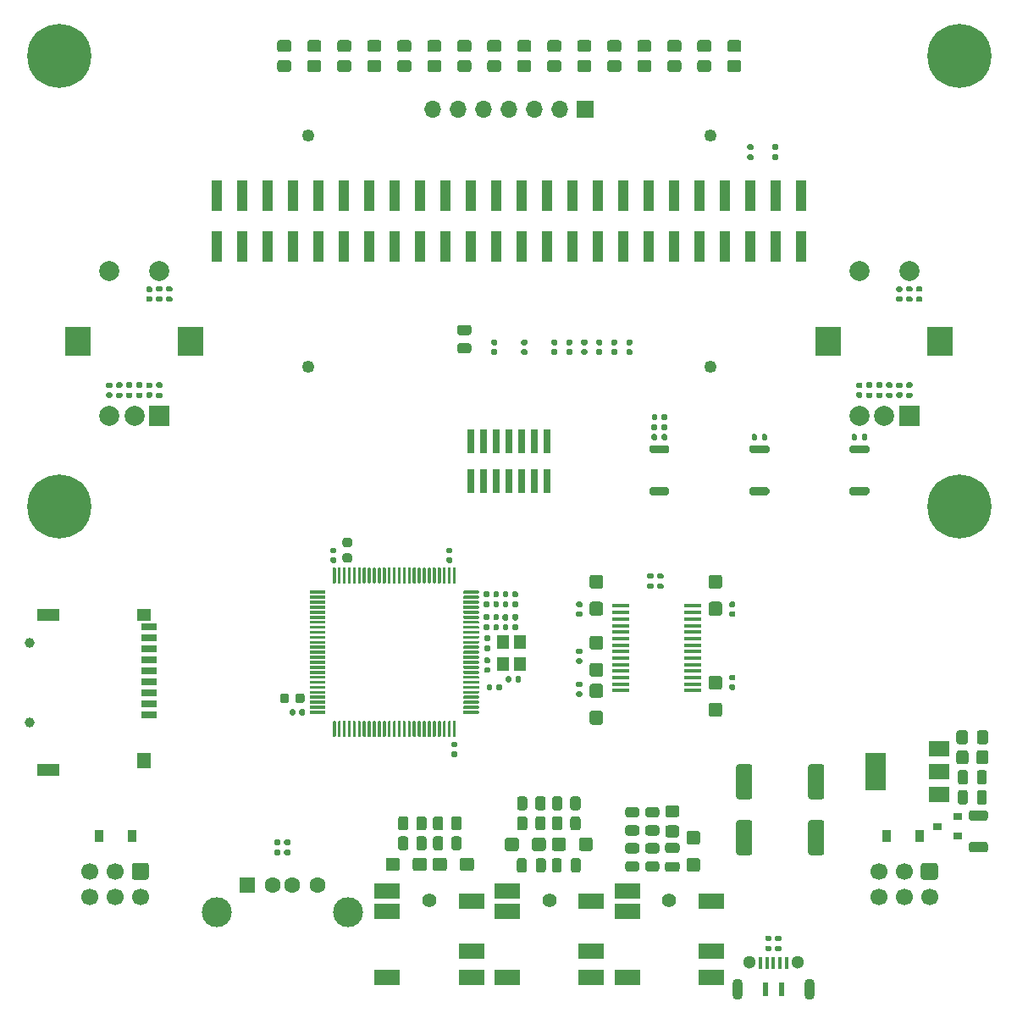
<source format=gbr>
%TF.GenerationSoftware,KiCad,Pcbnew,(5.1.8-0-10_14)*%
%TF.CreationDate,2021-11-08T19:43:21+01:00*%
%TF.ProjectId,KLST_SHEEP,4b4c5354-5f53-4484-9545-502e6b696361,0.1*%
%TF.SameCoordinates,Original*%
%TF.FileFunction,Soldermask,Top*%
%TF.FilePolarity,Negative*%
%FSLAX46Y46*%
G04 Gerber Fmt 4.6, Leading zero omitted, Abs format (unit mm)*
G04 Created by KiCad (PCBNEW (5.1.8-0-10_14)) date 2021-11-08 19:43:21*
%MOMM*%
%LPD*%
G01*
G04 APERTURE LIST*
%ADD10R,1.000000X3.150000*%
%ADD11C,1.250000*%
%ADD12R,1.700000X1.700000*%
%ADD13O,1.700000X1.700000*%
%ADD14R,0.740000X2.400000*%
%ADD15C,1.700000*%
%ADD16C,1.400000*%
%ADD17R,2.500000X1.600000*%
%ADD18R,0.400000X1.250000*%
%ADD19C,1.300000*%
%ADD20O,1.070000X2.140000*%
%ADD21R,0.600000X1.350000*%
%ADD22R,1.600000X0.700000*%
%ADD23C,1.000000*%
%ADD24R,2.200000X1.200000*%
%ADD25R,1.400000X1.600000*%
%ADD26R,1.400000X1.200000*%
%ADD27R,1.200000X1.400000*%
%ADD28R,0.900000X1.200000*%
%ADD29C,1.600000*%
%ADD30R,1.600000X1.500000*%
%ADD31C,3.000000*%
%ADD32R,1.750000X0.450000*%
%ADD33R,2.000000X3.800000*%
%ADD34R,2.000000X1.500000*%
%ADD35C,2.000000*%
%ADD36R,2.500000X3.000000*%
%ADD37R,2.000000X2.000000*%
%ADD38R,0.900000X0.800000*%
%ADD39C,6.400000*%
%ADD40C,0.800000*%
G04 APERTURE END LIST*
%TO.C,U1*%
G36*
G01*
X126975000Y-120525000D02*
X126975000Y-120675000D01*
G75*
G02*
X126900000Y-120750000I-75000J0D01*
G01*
X125450000Y-120750000D01*
G75*
G02*
X125375000Y-120675000I0J75000D01*
G01*
X125375000Y-120525000D01*
G75*
G02*
X125450000Y-120450000I75000J0D01*
G01*
X126900000Y-120450000D01*
G75*
G02*
X126975000Y-120525000I0J-75000D01*
G01*
G37*
G36*
G01*
X126975000Y-120025000D02*
X126975000Y-120175000D01*
G75*
G02*
X126900000Y-120250000I-75000J0D01*
G01*
X125450000Y-120250000D01*
G75*
G02*
X125375000Y-120175000I0J75000D01*
G01*
X125375000Y-120025000D01*
G75*
G02*
X125450000Y-119950000I75000J0D01*
G01*
X126900000Y-119950000D01*
G75*
G02*
X126975000Y-120025000I0J-75000D01*
G01*
G37*
G36*
G01*
X126975000Y-119525000D02*
X126975000Y-119675000D01*
G75*
G02*
X126900000Y-119750000I-75000J0D01*
G01*
X125450000Y-119750000D01*
G75*
G02*
X125375000Y-119675000I0J75000D01*
G01*
X125375000Y-119525000D01*
G75*
G02*
X125450000Y-119450000I75000J0D01*
G01*
X126900000Y-119450000D01*
G75*
G02*
X126975000Y-119525000I0J-75000D01*
G01*
G37*
G36*
G01*
X126975000Y-119025000D02*
X126975000Y-119175000D01*
G75*
G02*
X126900000Y-119250000I-75000J0D01*
G01*
X125450000Y-119250000D01*
G75*
G02*
X125375000Y-119175000I0J75000D01*
G01*
X125375000Y-119025000D01*
G75*
G02*
X125450000Y-118950000I75000J0D01*
G01*
X126900000Y-118950000D01*
G75*
G02*
X126975000Y-119025000I0J-75000D01*
G01*
G37*
G36*
G01*
X126975000Y-118525000D02*
X126975000Y-118675000D01*
G75*
G02*
X126900000Y-118750000I-75000J0D01*
G01*
X125450000Y-118750000D01*
G75*
G02*
X125375000Y-118675000I0J75000D01*
G01*
X125375000Y-118525000D01*
G75*
G02*
X125450000Y-118450000I75000J0D01*
G01*
X126900000Y-118450000D01*
G75*
G02*
X126975000Y-118525000I0J-75000D01*
G01*
G37*
G36*
G01*
X126975000Y-118025000D02*
X126975000Y-118175000D01*
G75*
G02*
X126900000Y-118250000I-75000J0D01*
G01*
X125450000Y-118250000D01*
G75*
G02*
X125375000Y-118175000I0J75000D01*
G01*
X125375000Y-118025000D01*
G75*
G02*
X125450000Y-117950000I75000J0D01*
G01*
X126900000Y-117950000D01*
G75*
G02*
X126975000Y-118025000I0J-75000D01*
G01*
G37*
G36*
G01*
X126975000Y-117525000D02*
X126975000Y-117675000D01*
G75*
G02*
X126900000Y-117750000I-75000J0D01*
G01*
X125450000Y-117750000D01*
G75*
G02*
X125375000Y-117675000I0J75000D01*
G01*
X125375000Y-117525000D01*
G75*
G02*
X125450000Y-117450000I75000J0D01*
G01*
X126900000Y-117450000D01*
G75*
G02*
X126975000Y-117525000I0J-75000D01*
G01*
G37*
G36*
G01*
X126975000Y-117025000D02*
X126975000Y-117175000D01*
G75*
G02*
X126900000Y-117250000I-75000J0D01*
G01*
X125450000Y-117250000D01*
G75*
G02*
X125375000Y-117175000I0J75000D01*
G01*
X125375000Y-117025000D01*
G75*
G02*
X125450000Y-116950000I75000J0D01*
G01*
X126900000Y-116950000D01*
G75*
G02*
X126975000Y-117025000I0J-75000D01*
G01*
G37*
G36*
G01*
X126975000Y-116525000D02*
X126975000Y-116675000D01*
G75*
G02*
X126900000Y-116750000I-75000J0D01*
G01*
X125450000Y-116750000D01*
G75*
G02*
X125375000Y-116675000I0J75000D01*
G01*
X125375000Y-116525000D01*
G75*
G02*
X125450000Y-116450000I75000J0D01*
G01*
X126900000Y-116450000D01*
G75*
G02*
X126975000Y-116525000I0J-75000D01*
G01*
G37*
G36*
G01*
X126975000Y-116025000D02*
X126975000Y-116175000D01*
G75*
G02*
X126900000Y-116250000I-75000J0D01*
G01*
X125450000Y-116250000D01*
G75*
G02*
X125375000Y-116175000I0J75000D01*
G01*
X125375000Y-116025000D01*
G75*
G02*
X125450000Y-115950000I75000J0D01*
G01*
X126900000Y-115950000D01*
G75*
G02*
X126975000Y-116025000I0J-75000D01*
G01*
G37*
G36*
G01*
X126975000Y-115525000D02*
X126975000Y-115675000D01*
G75*
G02*
X126900000Y-115750000I-75000J0D01*
G01*
X125450000Y-115750000D01*
G75*
G02*
X125375000Y-115675000I0J75000D01*
G01*
X125375000Y-115525000D01*
G75*
G02*
X125450000Y-115450000I75000J0D01*
G01*
X126900000Y-115450000D01*
G75*
G02*
X126975000Y-115525000I0J-75000D01*
G01*
G37*
G36*
G01*
X126975000Y-115025000D02*
X126975000Y-115175000D01*
G75*
G02*
X126900000Y-115250000I-75000J0D01*
G01*
X125450000Y-115250000D01*
G75*
G02*
X125375000Y-115175000I0J75000D01*
G01*
X125375000Y-115025000D01*
G75*
G02*
X125450000Y-114950000I75000J0D01*
G01*
X126900000Y-114950000D01*
G75*
G02*
X126975000Y-115025000I0J-75000D01*
G01*
G37*
G36*
G01*
X126975000Y-114525000D02*
X126975000Y-114675000D01*
G75*
G02*
X126900000Y-114750000I-75000J0D01*
G01*
X125450000Y-114750000D01*
G75*
G02*
X125375000Y-114675000I0J75000D01*
G01*
X125375000Y-114525000D01*
G75*
G02*
X125450000Y-114450000I75000J0D01*
G01*
X126900000Y-114450000D01*
G75*
G02*
X126975000Y-114525000I0J-75000D01*
G01*
G37*
G36*
G01*
X126975000Y-114025000D02*
X126975000Y-114175000D01*
G75*
G02*
X126900000Y-114250000I-75000J0D01*
G01*
X125450000Y-114250000D01*
G75*
G02*
X125375000Y-114175000I0J75000D01*
G01*
X125375000Y-114025000D01*
G75*
G02*
X125450000Y-113950000I75000J0D01*
G01*
X126900000Y-113950000D01*
G75*
G02*
X126975000Y-114025000I0J-75000D01*
G01*
G37*
G36*
G01*
X126975000Y-113525000D02*
X126975000Y-113675000D01*
G75*
G02*
X126900000Y-113750000I-75000J0D01*
G01*
X125450000Y-113750000D01*
G75*
G02*
X125375000Y-113675000I0J75000D01*
G01*
X125375000Y-113525000D01*
G75*
G02*
X125450000Y-113450000I75000J0D01*
G01*
X126900000Y-113450000D01*
G75*
G02*
X126975000Y-113525000I0J-75000D01*
G01*
G37*
G36*
G01*
X126975000Y-113025000D02*
X126975000Y-113175000D01*
G75*
G02*
X126900000Y-113250000I-75000J0D01*
G01*
X125450000Y-113250000D01*
G75*
G02*
X125375000Y-113175000I0J75000D01*
G01*
X125375000Y-113025000D01*
G75*
G02*
X125450000Y-112950000I75000J0D01*
G01*
X126900000Y-112950000D01*
G75*
G02*
X126975000Y-113025000I0J-75000D01*
G01*
G37*
G36*
G01*
X126975000Y-112525000D02*
X126975000Y-112675000D01*
G75*
G02*
X126900000Y-112750000I-75000J0D01*
G01*
X125450000Y-112750000D01*
G75*
G02*
X125375000Y-112675000I0J75000D01*
G01*
X125375000Y-112525000D01*
G75*
G02*
X125450000Y-112450000I75000J0D01*
G01*
X126900000Y-112450000D01*
G75*
G02*
X126975000Y-112525000I0J-75000D01*
G01*
G37*
G36*
G01*
X126975000Y-112025000D02*
X126975000Y-112175000D01*
G75*
G02*
X126900000Y-112250000I-75000J0D01*
G01*
X125450000Y-112250000D01*
G75*
G02*
X125375000Y-112175000I0J75000D01*
G01*
X125375000Y-112025000D01*
G75*
G02*
X125450000Y-111950000I75000J0D01*
G01*
X126900000Y-111950000D01*
G75*
G02*
X126975000Y-112025000I0J-75000D01*
G01*
G37*
G36*
G01*
X126975000Y-111525000D02*
X126975000Y-111675000D01*
G75*
G02*
X126900000Y-111750000I-75000J0D01*
G01*
X125450000Y-111750000D01*
G75*
G02*
X125375000Y-111675000I0J75000D01*
G01*
X125375000Y-111525000D01*
G75*
G02*
X125450000Y-111450000I75000J0D01*
G01*
X126900000Y-111450000D01*
G75*
G02*
X126975000Y-111525000I0J-75000D01*
G01*
G37*
G36*
G01*
X126975000Y-111025000D02*
X126975000Y-111175000D01*
G75*
G02*
X126900000Y-111250000I-75000J0D01*
G01*
X125450000Y-111250000D01*
G75*
G02*
X125375000Y-111175000I0J75000D01*
G01*
X125375000Y-111025000D01*
G75*
G02*
X125450000Y-110950000I75000J0D01*
G01*
X126900000Y-110950000D01*
G75*
G02*
X126975000Y-111025000I0J-75000D01*
G01*
G37*
G36*
G01*
X126975000Y-110525000D02*
X126975000Y-110675000D01*
G75*
G02*
X126900000Y-110750000I-75000J0D01*
G01*
X125450000Y-110750000D01*
G75*
G02*
X125375000Y-110675000I0J75000D01*
G01*
X125375000Y-110525000D01*
G75*
G02*
X125450000Y-110450000I75000J0D01*
G01*
X126900000Y-110450000D01*
G75*
G02*
X126975000Y-110525000I0J-75000D01*
G01*
G37*
G36*
G01*
X126975000Y-110025000D02*
X126975000Y-110175000D01*
G75*
G02*
X126900000Y-110250000I-75000J0D01*
G01*
X125450000Y-110250000D01*
G75*
G02*
X125375000Y-110175000I0J75000D01*
G01*
X125375000Y-110025000D01*
G75*
G02*
X125450000Y-109950000I75000J0D01*
G01*
X126900000Y-109950000D01*
G75*
G02*
X126975000Y-110025000I0J-75000D01*
G01*
G37*
G36*
G01*
X126975000Y-109525000D02*
X126975000Y-109675000D01*
G75*
G02*
X126900000Y-109750000I-75000J0D01*
G01*
X125450000Y-109750000D01*
G75*
G02*
X125375000Y-109675000I0J75000D01*
G01*
X125375000Y-109525000D01*
G75*
G02*
X125450000Y-109450000I75000J0D01*
G01*
X126900000Y-109450000D01*
G75*
G02*
X126975000Y-109525000I0J-75000D01*
G01*
G37*
G36*
G01*
X126975000Y-109025000D02*
X126975000Y-109175000D01*
G75*
G02*
X126900000Y-109250000I-75000J0D01*
G01*
X125450000Y-109250000D01*
G75*
G02*
X125375000Y-109175000I0J75000D01*
G01*
X125375000Y-109025000D01*
G75*
G02*
X125450000Y-108950000I75000J0D01*
G01*
X126900000Y-108950000D01*
G75*
G02*
X126975000Y-109025000I0J-75000D01*
G01*
G37*
G36*
G01*
X126975000Y-108525000D02*
X126975000Y-108675000D01*
G75*
G02*
X126900000Y-108750000I-75000J0D01*
G01*
X125450000Y-108750000D01*
G75*
G02*
X125375000Y-108675000I0J75000D01*
G01*
X125375000Y-108525000D01*
G75*
G02*
X125450000Y-108450000I75000J0D01*
G01*
X126900000Y-108450000D01*
G75*
G02*
X126975000Y-108525000I0J-75000D01*
G01*
G37*
G36*
G01*
X124650000Y-106200000D02*
X124650000Y-107650000D01*
G75*
G02*
X124575000Y-107725000I-75000J0D01*
G01*
X124425000Y-107725000D01*
G75*
G02*
X124350000Y-107650000I0J75000D01*
G01*
X124350000Y-106200000D01*
G75*
G02*
X124425000Y-106125000I75000J0D01*
G01*
X124575000Y-106125000D01*
G75*
G02*
X124650000Y-106200000I0J-75000D01*
G01*
G37*
G36*
G01*
X124150000Y-106200000D02*
X124150000Y-107650000D01*
G75*
G02*
X124075000Y-107725000I-75000J0D01*
G01*
X123925000Y-107725000D01*
G75*
G02*
X123850000Y-107650000I0J75000D01*
G01*
X123850000Y-106200000D01*
G75*
G02*
X123925000Y-106125000I75000J0D01*
G01*
X124075000Y-106125000D01*
G75*
G02*
X124150000Y-106200000I0J-75000D01*
G01*
G37*
G36*
G01*
X123650000Y-106200000D02*
X123650000Y-107650000D01*
G75*
G02*
X123575000Y-107725000I-75000J0D01*
G01*
X123425000Y-107725000D01*
G75*
G02*
X123350000Y-107650000I0J75000D01*
G01*
X123350000Y-106200000D01*
G75*
G02*
X123425000Y-106125000I75000J0D01*
G01*
X123575000Y-106125000D01*
G75*
G02*
X123650000Y-106200000I0J-75000D01*
G01*
G37*
G36*
G01*
X123150000Y-106200000D02*
X123150000Y-107650000D01*
G75*
G02*
X123075000Y-107725000I-75000J0D01*
G01*
X122925000Y-107725000D01*
G75*
G02*
X122850000Y-107650000I0J75000D01*
G01*
X122850000Y-106200000D01*
G75*
G02*
X122925000Y-106125000I75000J0D01*
G01*
X123075000Y-106125000D01*
G75*
G02*
X123150000Y-106200000I0J-75000D01*
G01*
G37*
G36*
G01*
X122650000Y-106200000D02*
X122650000Y-107650000D01*
G75*
G02*
X122575000Y-107725000I-75000J0D01*
G01*
X122425000Y-107725000D01*
G75*
G02*
X122350000Y-107650000I0J75000D01*
G01*
X122350000Y-106200000D01*
G75*
G02*
X122425000Y-106125000I75000J0D01*
G01*
X122575000Y-106125000D01*
G75*
G02*
X122650000Y-106200000I0J-75000D01*
G01*
G37*
G36*
G01*
X122150000Y-106200000D02*
X122150000Y-107650000D01*
G75*
G02*
X122075000Y-107725000I-75000J0D01*
G01*
X121925000Y-107725000D01*
G75*
G02*
X121850000Y-107650000I0J75000D01*
G01*
X121850000Y-106200000D01*
G75*
G02*
X121925000Y-106125000I75000J0D01*
G01*
X122075000Y-106125000D01*
G75*
G02*
X122150000Y-106200000I0J-75000D01*
G01*
G37*
G36*
G01*
X121650000Y-106200000D02*
X121650000Y-107650000D01*
G75*
G02*
X121575000Y-107725000I-75000J0D01*
G01*
X121425000Y-107725000D01*
G75*
G02*
X121350000Y-107650000I0J75000D01*
G01*
X121350000Y-106200000D01*
G75*
G02*
X121425000Y-106125000I75000J0D01*
G01*
X121575000Y-106125000D01*
G75*
G02*
X121650000Y-106200000I0J-75000D01*
G01*
G37*
G36*
G01*
X121150000Y-106200000D02*
X121150000Y-107650000D01*
G75*
G02*
X121075000Y-107725000I-75000J0D01*
G01*
X120925000Y-107725000D01*
G75*
G02*
X120850000Y-107650000I0J75000D01*
G01*
X120850000Y-106200000D01*
G75*
G02*
X120925000Y-106125000I75000J0D01*
G01*
X121075000Y-106125000D01*
G75*
G02*
X121150000Y-106200000I0J-75000D01*
G01*
G37*
G36*
G01*
X120650000Y-106200000D02*
X120650000Y-107650000D01*
G75*
G02*
X120575000Y-107725000I-75000J0D01*
G01*
X120425000Y-107725000D01*
G75*
G02*
X120350000Y-107650000I0J75000D01*
G01*
X120350000Y-106200000D01*
G75*
G02*
X120425000Y-106125000I75000J0D01*
G01*
X120575000Y-106125000D01*
G75*
G02*
X120650000Y-106200000I0J-75000D01*
G01*
G37*
G36*
G01*
X120150000Y-106200000D02*
X120150000Y-107650000D01*
G75*
G02*
X120075000Y-107725000I-75000J0D01*
G01*
X119925000Y-107725000D01*
G75*
G02*
X119850000Y-107650000I0J75000D01*
G01*
X119850000Y-106200000D01*
G75*
G02*
X119925000Y-106125000I75000J0D01*
G01*
X120075000Y-106125000D01*
G75*
G02*
X120150000Y-106200000I0J-75000D01*
G01*
G37*
G36*
G01*
X119650000Y-106200000D02*
X119650000Y-107650000D01*
G75*
G02*
X119575000Y-107725000I-75000J0D01*
G01*
X119425000Y-107725000D01*
G75*
G02*
X119350000Y-107650000I0J75000D01*
G01*
X119350000Y-106200000D01*
G75*
G02*
X119425000Y-106125000I75000J0D01*
G01*
X119575000Y-106125000D01*
G75*
G02*
X119650000Y-106200000I0J-75000D01*
G01*
G37*
G36*
G01*
X119150000Y-106200000D02*
X119150000Y-107650000D01*
G75*
G02*
X119075000Y-107725000I-75000J0D01*
G01*
X118925000Y-107725000D01*
G75*
G02*
X118850000Y-107650000I0J75000D01*
G01*
X118850000Y-106200000D01*
G75*
G02*
X118925000Y-106125000I75000J0D01*
G01*
X119075000Y-106125000D01*
G75*
G02*
X119150000Y-106200000I0J-75000D01*
G01*
G37*
G36*
G01*
X118650000Y-106200000D02*
X118650000Y-107650000D01*
G75*
G02*
X118575000Y-107725000I-75000J0D01*
G01*
X118425000Y-107725000D01*
G75*
G02*
X118350000Y-107650000I0J75000D01*
G01*
X118350000Y-106200000D01*
G75*
G02*
X118425000Y-106125000I75000J0D01*
G01*
X118575000Y-106125000D01*
G75*
G02*
X118650000Y-106200000I0J-75000D01*
G01*
G37*
G36*
G01*
X118150000Y-106200000D02*
X118150000Y-107650000D01*
G75*
G02*
X118075000Y-107725000I-75000J0D01*
G01*
X117925000Y-107725000D01*
G75*
G02*
X117850000Y-107650000I0J75000D01*
G01*
X117850000Y-106200000D01*
G75*
G02*
X117925000Y-106125000I75000J0D01*
G01*
X118075000Y-106125000D01*
G75*
G02*
X118150000Y-106200000I0J-75000D01*
G01*
G37*
G36*
G01*
X117650000Y-106200000D02*
X117650000Y-107650000D01*
G75*
G02*
X117575000Y-107725000I-75000J0D01*
G01*
X117425000Y-107725000D01*
G75*
G02*
X117350000Y-107650000I0J75000D01*
G01*
X117350000Y-106200000D01*
G75*
G02*
X117425000Y-106125000I75000J0D01*
G01*
X117575000Y-106125000D01*
G75*
G02*
X117650000Y-106200000I0J-75000D01*
G01*
G37*
G36*
G01*
X117150000Y-106200000D02*
X117150000Y-107650000D01*
G75*
G02*
X117075000Y-107725000I-75000J0D01*
G01*
X116925000Y-107725000D01*
G75*
G02*
X116850000Y-107650000I0J75000D01*
G01*
X116850000Y-106200000D01*
G75*
G02*
X116925000Y-106125000I75000J0D01*
G01*
X117075000Y-106125000D01*
G75*
G02*
X117150000Y-106200000I0J-75000D01*
G01*
G37*
G36*
G01*
X116650000Y-106200000D02*
X116650000Y-107650000D01*
G75*
G02*
X116575000Y-107725000I-75000J0D01*
G01*
X116425000Y-107725000D01*
G75*
G02*
X116350000Y-107650000I0J75000D01*
G01*
X116350000Y-106200000D01*
G75*
G02*
X116425000Y-106125000I75000J0D01*
G01*
X116575000Y-106125000D01*
G75*
G02*
X116650000Y-106200000I0J-75000D01*
G01*
G37*
G36*
G01*
X116150000Y-106200000D02*
X116150000Y-107650000D01*
G75*
G02*
X116075000Y-107725000I-75000J0D01*
G01*
X115925000Y-107725000D01*
G75*
G02*
X115850000Y-107650000I0J75000D01*
G01*
X115850000Y-106200000D01*
G75*
G02*
X115925000Y-106125000I75000J0D01*
G01*
X116075000Y-106125000D01*
G75*
G02*
X116150000Y-106200000I0J-75000D01*
G01*
G37*
G36*
G01*
X115650000Y-106200000D02*
X115650000Y-107650000D01*
G75*
G02*
X115575000Y-107725000I-75000J0D01*
G01*
X115425000Y-107725000D01*
G75*
G02*
X115350000Y-107650000I0J75000D01*
G01*
X115350000Y-106200000D01*
G75*
G02*
X115425000Y-106125000I75000J0D01*
G01*
X115575000Y-106125000D01*
G75*
G02*
X115650000Y-106200000I0J-75000D01*
G01*
G37*
G36*
G01*
X115150000Y-106200000D02*
X115150000Y-107650000D01*
G75*
G02*
X115075000Y-107725000I-75000J0D01*
G01*
X114925000Y-107725000D01*
G75*
G02*
X114850000Y-107650000I0J75000D01*
G01*
X114850000Y-106200000D01*
G75*
G02*
X114925000Y-106125000I75000J0D01*
G01*
X115075000Y-106125000D01*
G75*
G02*
X115150000Y-106200000I0J-75000D01*
G01*
G37*
G36*
G01*
X114650000Y-106200000D02*
X114650000Y-107650000D01*
G75*
G02*
X114575000Y-107725000I-75000J0D01*
G01*
X114425000Y-107725000D01*
G75*
G02*
X114350000Y-107650000I0J75000D01*
G01*
X114350000Y-106200000D01*
G75*
G02*
X114425000Y-106125000I75000J0D01*
G01*
X114575000Y-106125000D01*
G75*
G02*
X114650000Y-106200000I0J-75000D01*
G01*
G37*
G36*
G01*
X114150000Y-106200000D02*
X114150000Y-107650000D01*
G75*
G02*
X114075000Y-107725000I-75000J0D01*
G01*
X113925000Y-107725000D01*
G75*
G02*
X113850000Y-107650000I0J75000D01*
G01*
X113850000Y-106200000D01*
G75*
G02*
X113925000Y-106125000I75000J0D01*
G01*
X114075000Y-106125000D01*
G75*
G02*
X114150000Y-106200000I0J-75000D01*
G01*
G37*
G36*
G01*
X113650000Y-106200000D02*
X113650000Y-107650000D01*
G75*
G02*
X113575000Y-107725000I-75000J0D01*
G01*
X113425000Y-107725000D01*
G75*
G02*
X113350000Y-107650000I0J75000D01*
G01*
X113350000Y-106200000D01*
G75*
G02*
X113425000Y-106125000I75000J0D01*
G01*
X113575000Y-106125000D01*
G75*
G02*
X113650000Y-106200000I0J-75000D01*
G01*
G37*
G36*
G01*
X113150000Y-106200000D02*
X113150000Y-107650000D01*
G75*
G02*
X113075000Y-107725000I-75000J0D01*
G01*
X112925000Y-107725000D01*
G75*
G02*
X112850000Y-107650000I0J75000D01*
G01*
X112850000Y-106200000D01*
G75*
G02*
X112925000Y-106125000I75000J0D01*
G01*
X113075000Y-106125000D01*
G75*
G02*
X113150000Y-106200000I0J-75000D01*
G01*
G37*
G36*
G01*
X112650000Y-106200000D02*
X112650000Y-107650000D01*
G75*
G02*
X112575000Y-107725000I-75000J0D01*
G01*
X112425000Y-107725000D01*
G75*
G02*
X112350000Y-107650000I0J75000D01*
G01*
X112350000Y-106200000D01*
G75*
G02*
X112425000Y-106125000I75000J0D01*
G01*
X112575000Y-106125000D01*
G75*
G02*
X112650000Y-106200000I0J-75000D01*
G01*
G37*
G36*
G01*
X111625000Y-108525000D02*
X111625000Y-108675000D01*
G75*
G02*
X111550000Y-108750000I-75000J0D01*
G01*
X110100000Y-108750000D01*
G75*
G02*
X110025000Y-108675000I0J75000D01*
G01*
X110025000Y-108525000D01*
G75*
G02*
X110100000Y-108450000I75000J0D01*
G01*
X111550000Y-108450000D01*
G75*
G02*
X111625000Y-108525000I0J-75000D01*
G01*
G37*
G36*
G01*
X111625000Y-109025000D02*
X111625000Y-109175000D01*
G75*
G02*
X111550000Y-109250000I-75000J0D01*
G01*
X110100000Y-109250000D01*
G75*
G02*
X110025000Y-109175000I0J75000D01*
G01*
X110025000Y-109025000D01*
G75*
G02*
X110100000Y-108950000I75000J0D01*
G01*
X111550000Y-108950000D01*
G75*
G02*
X111625000Y-109025000I0J-75000D01*
G01*
G37*
G36*
G01*
X111625000Y-109525000D02*
X111625000Y-109675000D01*
G75*
G02*
X111550000Y-109750000I-75000J0D01*
G01*
X110100000Y-109750000D01*
G75*
G02*
X110025000Y-109675000I0J75000D01*
G01*
X110025000Y-109525000D01*
G75*
G02*
X110100000Y-109450000I75000J0D01*
G01*
X111550000Y-109450000D01*
G75*
G02*
X111625000Y-109525000I0J-75000D01*
G01*
G37*
G36*
G01*
X111625000Y-110025000D02*
X111625000Y-110175000D01*
G75*
G02*
X111550000Y-110250000I-75000J0D01*
G01*
X110100000Y-110250000D01*
G75*
G02*
X110025000Y-110175000I0J75000D01*
G01*
X110025000Y-110025000D01*
G75*
G02*
X110100000Y-109950000I75000J0D01*
G01*
X111550000Y-109950000D01*
G75*
G02*
X111625000Y-110025000I0J-75000D01*
G01*
G37*
G36*
G01*
X111625000Y-110525000D02*
X111625000Y-110675000D01*
G75*
G02*
X111550000Y-110750000I-75000J0D01*
G01*
X110100000Y-110750000D01*
G75*
G02*
X110025000Y-110675000I0J75000D01*
G01*
X110025000Y-110525000D01*
G75*
G02*
X110100000Y-110450000I75000J0D01*
G01*
X111550000Y-110450000D01*
G75*
G02*
X111625000Y-110525000I0J-75000D01*
G01*
G37*
G36*
G01*
X111625000Y-111025000D02*
X111625000Y-111175000D01*
G75*
G02*
X111550000Y-111250000I-75000J0D01*
G01*
X110100000Y-111250000D01*
G75*
G02*
X110025000Y-111175000I0J75000D01*
G01*
X110025000Y-111025000D01*
G75*
G02*
X110100000Y-110950000I75000J0D01*
G01*
X111550000Y-110950000D01*
G75*
G02*
X111625000Y-111025000I0J-75000D01*
G01*
G37*
G36*
G01*
X111625000Y-111525000D02*
X111625000Y-111675000D01*
G75*
G02*
X111550000Y-111750000I-75000J0D01*
G01*
X110100000Y-111750000D01*
G75*
G02*
X110025000Y-111675000I0J75000D01*
G01*
X110025000Y-111525000D01*
G75*
G02*
X110100000Y-111450000I75000J0D01*
G01*
X111550000Y-111450000D01*
G75*
G02*
X111625000Y-111525000I0J-75000D01*
G01*
G37*
G36*
G01*
X111625000Y-112025000D02*
X111625000Y-112175000D01*
G75*
G02*
X111550000Y-112250000I-75000J0D01*
G01*
X110100000Y-112250000D01*
G75*
G02*
X110025000Y-112175000I0J75000D01*
G01*
X110025000Y-112025000D01*
G75*
G02*
X110100000Y-111950000I75000J0D01*
G01*
X111550000Y-111950000D01*
G75*
G02*
X111625000Y-112025000I0J-75000D01*
G01*
G37*
G36*
G01*
X111625000Y-112525000D02*
X111625000Y-112675000D01*
G75*
G02*
X111550000Y-112750000I-75000J0D01*
G01*
X110100000Y-112750000D01*
G75*
G02*
X110025000Y-112675000I0J75000D01*
G01*
X110025000Y-112525000D01*
G75*
G02*
X110100000Y-112450000I75000J0D01*
G01*
X111550000Y-112450000D01*
G75*
G02*
X111625000Y-112525000I0J-75000D01*
G01*
G37*
G36*
G01*
X111625000Y-113025000D02*
X111625000Y-113175000D01*
G75*
G02*
X111550000Y-113250000I-75000J0D01*
G01*
X110100000Y-113250000D01*
G75*
G02*
X110025000Y-113175000I0J75000D01*
G01*
X110025000Y-113025000D01*
G75*
G02*
X110100000Y-112950000I75000J0D01*
G01*
X111550000Y-112950000D01*
G75*
G02*
X111625000Y-113025000I0J-75000D01*
G01*
G37*
G36*
G01*
X111625000Y-113525000D02*
X111625000Y-113675000D01*
G75*
G02*
X111550000Y-113750000I-75000J0D01*
G01*
X110100000Y-113750000D01*
G75*
G02*
X110025000Y-113675000I0J75000D01*
G01*
X110025000Y-113525000D01*
G75*
G02*
X110100000Y-113450000I75000J0D01*
G01*
X111550000Y-113450000D01*
G75*
G02*
X111625000Y-113525000I0J-75000D01*
G01*
G37*
G36*
G01*
X111625000Y-114025000D02*
X111625000Y-114175000D01*
G75*
G02*
X111550000Y-114250000I-75000J0D01*
G01*
X110100000Y-114250000D01*
G75*
G02*
X110025000Y-114175000I0J75000D01*
G01*
X110025000Y-114025000D01*
G75*
G02*
X110100000Y-113950000I75000J0D01*
G01*
X111550000Y-113950000D01*
G75*
G02*
X111625000Y-114025000I0J-75000D01*
G01*
G37*
G36*
G01*
X111625000Y-114525000D02*
X111625000Y-114675000D01*
G75*
G02*
X111550000Y-114750000I-75000J0D01*
G01*
X110100000Y-114750000D01*
G75*
G02*
X110025000Y-114675000I0J75000D01*
G01*
X110025000Y-114525000D01*
G75*
G02*
X110100000Y-114450000I75000J0D01*
G01*
X111550000Y-114450000D01*
G75*
G02*
X111625000Y-114525000I0J-75000D01*
G01*
G37*
G36*
G01*
X111625000Y-115025000D02*
X111625000Y-115175000D01*
G75*
G02*
X111550000Y-115250000I-75000J0D01*
G01*
X110100000Y-115250000D01*
G75*
G02*
X110025000Y-115175000I0J75000D01*
G01*
X110025000Y-115025000D01*
G75*
G02*
X110100000Y-114950000I75000J0D01*
G01*
X111550000Y-114950000D01*
G75*
G02*
X111625000Y-115025000I0J-75000D01*
G01*
G37*
G36*
G01*
X111625000Y-115525000D02*
X111625000Y-115675000D01*
G75*
G02*
X111550000Y-115750000I-75000J0D01*
G01*
X110100000Y-115750000D01*
G75*
G02*
X110025000Y-115675000I0J75000D01*
G01*
X110025000Y-115525000D01*
G75*
G02*
X110100000Y-115450000I75000J0D01*
G01*
X111550000Y-115450000D01*
G75*
G02*
X111625000Y-115525000I0J-75000D01*
G01*
G37*
G36*
G01*
X111625000Y-116025000D02*
X111625000Y-116175000D01*
G75*
G02*
X111550000Y-116250000I-75000J0D01*
G01*
X110100000Y-116250000D01*
G75*
G02*
X110025000Y-116175000I0J75000D01*
G01*
X110025000Y-116025000D01*
G75*
G02*
X110100000Y-115950000I75000J0D01*
G01*
X111550000Y-115950000D01*
G75*
G02*
X111625000Y-116025000I0J-75000D01*
G01*
G37*
G36*
G01*
X111625000Y-116525000D02*
X111625000Y-116675000D01*
G75*
G02*
X111550000Y-116750000I-75000J0D01*
G01*
X110100000Y-116750000D01*
G75*
G02*
X110025000Y-116675000I0J75000D01*
G01*
X110025000Y-116525000D01*
G75*
G02*
X110100000Y-116450000I75000J0D01*
G01*
X111550000Y-116450000D01*
G75*
G02*
X111625000Y-116525000I0J-75000D01*
G01*
G37*
G36*
G01*
X111625000Y-117025000D02*
X111625000Y-117175000D01*
G75*
G02*
X111550000Y-117250000I-75000J0D01*
G01*
X110100000Y-117250000D01*
G75*
G02*
X110025000Y-117175000I0J75000D01*
G01*
X110025000Y-117025000D01*
G75*
G02*
X110100000Y-116950000I75000J0D01*
G01*
X111550000Y-116950000D01*
G75*
G02*
X111625000Y-117025000I0J-75000D01*
G01*
G37*
G36*
G01*
X111625000Y-117525000D02*
X111625000Y-117675000D01*
G75*
G02*
X111550000Y-117750000I-75000J0D01*
G01*
X110100000Y-117750000D01*
G75*
G02*
X110025000Y-117675000I0J75000D01*
G01*
X110025000Y-117525000D01*
G75*
G02*
X110100000Y-117450000I75000J0D01*
G01*
X111550000Y-117450000D01*
G75*
G02*
X111625000Y-117525000I0J-75000D01*
G01*
G37*
G36*
G01*
X111625000Y-118025000D02*
X111625000Y-118175000D01*
G75*
G02*
X111550000Y-118250000I-75000J0D01*
G01*
X110100000Y-118250000D01*
G75*
G02*
X110025000Y-118175000I0J75000D01*
G01*
X110025000Y-118025000D01*
G75*
G02*
X110100000Y-117950000I75000J0D01*
G01*
X111550000Y-117950000D01*
G75*
G02*
X111625000Y-118025000I0J-75000D01*
G01*
G37*
G36*
G01*
X111625000Y-118525000D02*
X111625000Y-118675000D01*
G75*
G02*
X111550000Y-118750000I-75000J0D01*
G01*
X110100000Y-118750000D01*
G75*
G02*
X110025000Y-118675000I0J75000D01*
G01*
X110025000Y-118525000D01*
G75*
G02*
X110100000Y-118450000I75000J0D01*
G01*
X111550000Y-118450000D01*
G75*
G02*
X111625000Y-118525000I0J-75000D01*
G01*
G37*
G36*
G01*
X111625000Y-119025000D02*
X111625000Y-119175000D01*
G75*
G02*
X111550000Y-119250000I-75000J0D01*
G01*
X110100000Y-119250000D01*
G75*
G02*
X110025000Y-119175000I0J75000D01*
G01*
X110025000Y-119025000D01*
G75*
G02*
X110100000Y-118950000I75000J0D01*
G01*
X111550000Y-118950000D01*
G75*
G02*
X111625000Y-119025000I0J-75000D01*
G01*
G37*
G36*
G01*
X111625000Y-119525000D02*
X111625000Y-119675000D01*
G75*
G02*
X111550000Y-119750000I-75000J0D01*
G01*
X110100000Y-119750000D01*
G75*
G02*
X110025000Y-119675000I0J75000D01*
G01*
X110025000Y-119525000D01*
G75*
G02*
X110100000Y-119450000I75000J0D01*
G01*
X111550000Y-119450000D01*
G75*
G02*
X111625000Y-119525000I0J-75000D01*
G01*
G37*
G36*
G01*
X111625000Y-120025000D02*
X111625000Y-120175000D01*
G75*
G02*
X111550000Y-120250000I-75000J0D01*
G01*
X110100000Y-120250000D01*
G75*
G02*
X110025000Y-120175000I0J75000D01*
G01*
X110025000Y-120025000D01*
G75*
G02*
X110100000Y-119950000I75000J0D01*
G01*
X111550000Y-119950000D01*
G75*
G02*
X111625000Y-120025000I0J-75000D01*
G01*
G37*
G36*
G01*
X111625000Y-120525000D02*
X111625000Y-120675000D01*
G75*
G02*
X111550000Y-120750000I-75000J0D01*
G01*
X110100000Y-120750000D01*
G75*
G02*
X110025000Y-120675000I0J75000D01*
G01*
X110025000Y-120525000D01*
G75*
G02*
X110100000Y-120450000I75000J0D01*
G01*
X111550000Y-120450000D01*
G75*
G02*
X111625000Y-120525000I0J-75000D01*
G01*
G37*
G36*
G01*
X112650000Y-121550000D02*
X112650000Y-123000000D01*
G75*
G02*
X112575000Y-123075000I-75000J0D01*
G01*
X112425000Y-123075000D01*
G75*
G02*
X112350000Y-123000000I0J75000D01*
G01*
X112350000Y-121550000D01*
G75*
G02*
X112425000Y-121475000I75000J0D01*
G01*
X112575000Y-121475000D01*
G75*
G02*
X112650000Y-121550000I0J-75000D01*
G01*
G37*
G36*
G01*
X113150000Y-121550000D02*
X113150000Y-123000000D01*
G75*
G02*
X113075000Y-123075000I-75000J0D01*
G01*
X112925000Y-123075000D01*
G75*
G02*
X112850000Y-123000000I0J75000D01*
G01*
X112850000Y-121550000D01*
G75*
G02*
X112925000Y-121475000I75000J0D01*
G01*
X113075000Y-121475000D01*
G75*
G02*
X113150000Y-121550000I0J-75000D01*
G01*
G37*
G36*
G01*
X113650000Y-121550000D02*
X113650000Y-123000000D01*
G75*
G02*
X113575000Y-123075000I-75000J0D01*
G01*
X113425000Y-123075000D01*
G75*
G02*
X113350000Y-123000000I0J75000D01*
G01*
X113350000Y-121550000D01*
G75*
G02*
X113425000Y-121475000I75000J0D01*
G01*
X113575000Y-121475000D01*
G75*
G02*
X113650000Y-121550000I0J-75000D01*
G01*
G37*
G36*
G01*
X114150000Y-121550000D02*
X114150000Y-123000000D01*
G75*
G02*
X114075000Y-123075000I-75000J0D01*
G01*
X113925000Y-123075000D01*
G75*
G02*
X113850000Y-123000000I0J75000D01*
G01*
X113850000Y-121550000D01*
G75*
G02*
X113925000Y-121475000I75000J0D01*
G01*
X114075000Y-121475000D01*
G75*
G02*
X114150000Y-121550000I0J-75000D01*
G01*
G37*
G36*
G01*
X114650000Y-121550000D02*
X114650000Y-123000000D01*
G75*
G02*
X114575000Y-123075000I-75000J0D01*
G01*
X114425000Y-123075000D01*
G75*
G02*
X114350000Y-123000000I0J75000D01*
G01*
X114350000Y-121550000D01*
G75*
G02*
X114425000Y-121475000I75000J0D01*
G01*
X114575000Y-121475000D01*
G75*
G02*
X114650000Y-121550000I0J-75000D01*
G01*
G37*
G36*
G01*
X115150000Y-121550000D02*
X115150000Y-123000000D01*
G75*
G02*
X115075000Y-123075000I-75000J0D01*
G01*
X114925000Y-123075000D01*
G75*
G02*
X114850000Y-123000000I0J75000D01*
G01*
X114850000Y-121550000D01*
G75*
G02*
X114925000Y-121475000I75000J0D01*
G01*
X115075000Y-121475000D01*
G75*
G02*
X115150000Y-121550000I0J-75000D01*
G01*
G37*
G36*
G01*
X115650000Y-121550000D02*
X115650000Y-123000000D01*
G75*
G02*
X115575000Y-123075000I-75000J0D01*
G01*
X115425000Y-123075000D01*
G75*
G02*
X115350000Y-123000000I0J75000D01*
G01*
X115350000Y-121550000D01*
G75*
G02*
X115425000Y-121475000I75000J0D01*
G01*
X115575000Y-121475000D01*
G75*
G02*
X115650000Y-121550000I0J-75000D01*
G01*
G37*
G36*
G01*
X116150000Y-121550000D02*
X116150000Y-123000000D01*
G75*
G02*
X116075000Y-123075000I-75000J0D01*
G01*
X115925000Y-123075000D01*
G75*
G02*
X115850000Y-123000000I0J75000D01*
G01*
X115850000Y-121550000D01*
G75*
G02*
X115925000Y-121475000I75000J0D01*
G01*
X116075000Y-121475000D01*
G75*
G02*
X116150000Y-121550000I0J-75000D01*
G01*
G37*
G36*
G01*
X116650000Y-121550000D02*
X116650000Y-123000000D01*
G75*
G02*
X116575000Y-123075000I-75000J0D01*
G01*
X116425000Y-123075000D01*
G75*
G02*
X116350000Y-123000000I0J75000D01*
G01*
X116350000Y-121550000D01*
G75*
G02*
X116425000Y-121475000I75000J0D01*
G01*
X116575000Y-121475000D01*
G75*
G02*
X116650000Y-121550000I0J-75000D01*
G01*
G37*
G36*
G01*
X117150000Y-121550000D02*
X117150000Y-123000000D01*
G75*
G02*
X117075000Y-123075000I-75000J0D01*
G01*
X116925000Y-123075000D01*
G75*
G02*
X116850000Y-123000000I0J75000D01*
G01*
X116850000Y-121550000D01*
G75*
G02*
X116925000Y-121475000I75000J0D01*
G01*
X117075000Y-121475000D01*
G75*
G02*
X117150000Y-121550000I0J-75000D01*
G01*
G37*
G36*
G01*
X117650000Y-121550000D02*
X117650000Y-123000000D01*
G75*
G02*
X117575000Y-123075000I-75000J0D01*
G01*
X117425000Y-123075000D01*
G75*
G02*
X117350000Y-123000000I0J75000D01*
G01*
X117350000Y-121550000D01*
G75*
G02*
X117425000Y-121475000I75000J0D01*
G01*
X117575000Y-121475000D01*
G75*
G02*
X117650000Y-121550000I0J-75000D01*
G01*
G37*
G36*
G01*
X118150000Y-121550000D02*
X118150000Y-123000000D01*
G75*
G02*
X118075000Y-123075000I-75000J0D01*
G01*
X117925000Y-123075000D01*
G75*
G02*
X117850000Y-123000000I0J75000D01*
G01*
X117850000Y-121550000D01*
G75*
G02*
X117925000Y-121475000I75000J0D01*
G01*
X118075000Y-121475000D01*
G75*
G02*
X118150000Y-121550000I0J-75000D01*
G01*
G37*
G36*
G01*
X118650000Y-121550000D02*
X118650000Y-123000000D01*
G75*
G02*
X118575000Y-123075000I-75000J0D01*
G01*
X118425000Y-123075000D01*
G75*
G02*
X118350000Y-123000000I0J75000D01*
G01*
X118350000Y-121550000D01*
G75*
G02*
X118425000Y-121475000I75000J0D01*
G01*
X118575000Y-121475000D01*
G75*
G02*
X118650000Y-121550000I0J-75000D01*
G01*
G37*
G36*
G01*
X119150000Y-121550000D02*
X119150000Y-123000000D01*
G75*
G02*
X119075000Y-123075000I-75000J0D01*
G01*
X118925000Y-123075000D01*
G75*
G02*
X118850000Y-123000000I0J75000D01*
G01*
X118850000Y-121550000D01*
G75*
G02*
X118925000Y-121475000I75000J0D01*
G01*
X119075000Y-121475000D01*
G75*
G02*
X119150000Y-121550000I0J-75000D01*
G01*
G37*
G36*
G01*
X119650000Y-121550000D02*
X119650000Y-123000000D01*
G75*
G02*
X119575000Y-123075000I-75000J0D01*
G01*
X119425000Y-123075000D01*
G75*
G02*
X119350000Y-123000000I0J75000D01*
G01*
X119350000Y-121550000D01*
G75*
G02*
X119425000Y-121475000I75000J0D01*
G01*
X119575000Y-121475000D01*
G75*
G02*
X119650000Y-121550000I0J-75000D01*
G01*
G37*
G36*
G01*
X120150000Y-121550000D02*
X120150000Y-123000000D01*
G75*
G02*
X120075000Y-123075000I-75000J0D01*
G01*
X119925000Y-123075000D01*
G75*
G02*
X119850000Y-123000000I0J75000D01*
G01*
X119850000Y-121550000D01*
G75*
G02*
X119925000Y-121475000I75000J0D01*
G01*
X120075000Y-121475000D01*
G75*
G02*
X120150000Y-121550000I0J-75000D01*
G01*
G37*
G36*
G01*
X120650000Y-121550000D02*
X120650000Y-123000000D01*
G75*
G02*
X120575000Y-123075000I-75000J0D01*
G01*
X120425000Y-123075000D01*
G75*
G02*
X120350000Y-123000000I0J75000D01*
G01*
X120350000Y-121550000D01*
G75*
G02*
X120425000Y-121475000I75000J0D01*
G01*
X120575000Y-121475000D01*
G75*
G02*
X120650000Y-121550000I0J-75000D01*
G01*
G37*
G36*
G01*
X121150000Y-121550000D02*
X121150000Y-123000000D01*
G75*
G02*
X121075000Y-123075000I-75000J0D01*
G01*
X120925000Y-123075000D01*
G75*
G02*
X120850000Y-123000000I0J75000D01*
G01*
X120850000Y-121550000D01*
G75*
G02*
X120925000Y-121475000I75000J0D01*
G01*
X121075000Y-121475000D01*
G75*
G02*
X121150000Y-121550000I0J-75000D01*
G01*
G37*
G36*
G01*
X121650000Y-121550000D02*
X121650000Y-123000000D01*
G75*
G02*
X121575000Y-123075000I-75000J0D01*
G01*
X121425000Y-123075000D01*
G75*
G02*
X121350000Y-123000000I0J75000D01*
G01*
X121350000Y-121550000D01*
G75*
G02*
X121425000Y-121475000I75000J0D01*
G01*
X121575000Y-121475000D01*
G75*
G02*
X121650000Y-121550000I0J-75000D01*
G01*
G37*
G36*
G01*
X122150000Y-121550000D02*
X122150000Y-123000000D01*
G75*
G02*
X122075000Y-123075000I-75000J0D01*
G01*
X121925000Y-123075000D01*
G75*
G02*
X121850000Y-123000000I0J75000D01*
G01*
X121850000Y-121550000D01*
G75*
G02*
X121925000Y-121475000I75000J0D01*
G01*
X122075000Y-121475000D01*
G75*
G02*
X122150000Y-121550000I0J-75000D01*
G01*
G37*
G36*
G01*
X122650000Y-121550000D02*
X122650000Y-123000000D01*
G75*
G02*
X122575000Y-123075000I-75000J0D01*
G01*
X122425000Y-123075000D01*
G75*
G02*
X122350000Y-123000000I0J75000D01*
G01*
X122350000Y-121550000D01*
G75*
G02*
X122425000Y-121475000I75000J0D01*
G01*
X122575000Y-121475000D01*
G75*
G02*
X122650000Y-121550000I0J-75000D01*
G01*
G37*
G36*
G01*
X123150000Y-121550000D02*
X123150000Y-123000000D01*
G75*
G02*
X123075000Y-123075000I-75000J0D01*
G01*
X122925000Y-123075000D01*
G75*
G02*
X122850000Y-123000000I0J75000D01*
G01*
X122850000Y-121550000D01*
G75*
G02*
X122925000Y-121475000I75000J0D01*
G01*
X123075000Y-121475000D01*
G75*
G02*
X123150000Y-121550000I0J-75000D01*
G01*
G37*
G36*
G01*
X123650000Y-121550000D02*
X123650000Y-123000000D01*
G75*
G02*
X123575000Y-123075000I-75000J0D01*
G01*
X123425000Y-123075000D01*
G75*
G02*
X123350000Y-123000000I0J75000D01*
G01*
X123350000Y-121550000D01*
G75*
G02*
X123425000Y-121475000I75000J0D01*
G01*
X123575000Y-121475000D01*
G75*
G02*
X123650000Y-121550000I0J-75000D01*
G01*
G37*
G36*
G01*
X124150000Y-121550000D02*
X124150000Y-123000000D01*
G75*
G02*
X124075000Y-123075000I-75000J0D01*
G01*
X123925000Y-123075000D01*
G75*
G02*
X123850000Y-123000000I0J75000D01*
G01*
X123850000Y-121550000D01*
G75*
G02*
X123925000Y-121475000I75000J0D01*
G01*
X124075000Y-121475000D01*
G75*
G02*
X124150000Y-121550000I0J-75000D01*
G01*
G37*
G36*
G01*
X124650000Y-121550000D02*
X124650000Y-123000000D01*
G75*
G02*
X124575000Y-123075000I-75000J0D01*
G01*
X124425000Y-123075000D01*
G75*
G02*
X124350000Y-123000000I0J75000D01*
G01*
X124350000Y-121550000D01*
G75*
G02*
X124425000Y-121475000I75000J0D01*
G01*
X124575000Y-121475000D01*
G75*
G02*
X124650000Y-121550000I0J-75000D01*
G01*
G37*
%TD*%
D10*
%TO.C,J2*%
X159210000Y-68975000D03*
X159210000Y-74025000D03*
X156670000Y-68975000D03*
X156670000Y-74025000D03*
X154130000Y-68975000D03*
X154130000Y-74025000D03*
X151590000Y-68975000D03*
X151590000Y-74025000D03*
X149050000Y-68975000D03*
X149050000Y-74025000D03*
X146510000Y-68975000D03*
X146510000Y-74025000D03*
X143970000Y-68975000D03*
X143970000Y-74025000D03*
X141430000Y-68975000D03*
X141430000Y-74025000D03*
X138890000Y-68975000D03*
X138890000Y-74025000D03*
X136350000Y-68975000D03*
X136350000Y-74025000D03*
X133810000Y-68975000D03*
X133810000Y-74025000D03*
X131270000Y-68975000D03*
X131270000Y-74025000D03*
X128730000Y-68975000D03*
X128730000Y-74025000D03*
X126190000Y-68975000D03*
X126190000Y-74025000D03*
X123650000Y-68975000D03*
X123650000Y-74025000D03*
X121110000Y-68975000D03*
X121110000Y-74025000D03*
X118570000Y-68975000D03*
X118570000Y-74025000D03*
X116030000Y-68975000D03*
X116030000Y-74025000D03*
X113490000Y-68975000D03*
X113490000Y-74025000D03*
X110950000Y-68975000D03*
X110950000Y-74025000D03*
X108410000Y-68975000D03*
X108410000Y-74025000D03*
X105870000Y-68975000D03*
X105870000Y-74025000D03*
X103330000Y-68975000D03*
X103330000Y-74025000D03*
X100790000Y-68975000D03*
X100790000Y-74025000D03*
%TD*%
%TO.C,R54*%
G36*
G01*
X153915000Y-64840000D02*
X154285000Y-64840000D01*
G75*
G02*
X154420000Y-64975000I0J-135000D01*
G01*
X154420000Y-65245000D01*
G75*
G02*
X154285000Y-65380000I-135000J0D01*
G01*
X153915000Y-65380000D01*
G75*
G02*
X153780000Y-65245000I0J135000D01*
G01*
X153780000Y-64975000D01*
G75*
G02*
X153915000Y-64840000I135000J0D01*
G01*
G37*
G36*
G01*
X153915000Y-63820000D02*
X154285000Y-63820000D01*
G75*
G02*
X154420000Y-63955000I0J-135000D01*
G01*
X154420000Y-64225000D01*
G75*
G02*
X154285000Y-64360000I-135000J0D01*
G01*
X153915000Y-64360000D01*
G75*
G02*
X153780000Y-64225000I0J135000D01*
G01*
X153780000Y-63955000D01*
G75*
G02*
X153915000Y-63820000I135000J0D01*
G01*
G37*
%TD*%
%TO.C,R53*%
G36*
G01*
X156415000Y-64840000D02*
X156785000Y-64840000D01*
G75*
G02*
X156920000Y-64975000I0J-135000D01*
G01*
X156920000Y-65245000D01*
G75*
G02*
X156785000Y-65380000I-135000J0D01*
G01*
X156415000Y-65380000D01*
G75*
G02*
X156280000Y-65245000I0J135000D01*
G01*
X156280000Y-64975000D01*
G75*
G02*
X156415000Y-64840000I135000J0D01*
G01*
G37*
G36*
G01*
X156415000Y-63820000D02*
X156785000Y-63820000D01*
G75*
G02*
X156920000Y-63955000I0J-135000D01*
G01*
X156920000Y-64225000D01*
G75*
G02*
X156785000Y-64360000I-135000J0D01*
G01*
X156415000Y-64360000D01*
G75*
G02*
X156280000Y-64225000I0J135000D01*
G01*
X156280000Y-63955000D01*
G75*
G02*
X156415000Y-63820000I135000J0D01*
G01*
G37*
%TD*%
D11*
%TO.C,DS1*%
X150100000Y-86050000D03*
X109900000Y-86050000D03*
X109900000Y-62950000D03*
X150100000Y-62950000D03*
%TD*%
D12*
%TO.C,J8*%
X137600000Y-60300000D03*
D13*
X135060000Y-60300000D03*
X132520000Y-60300000D03*
X129980000Y-60300000D03*
X127440000Y-60300000D03*
X124900000Y-60300000D03*
X122360000Y-60300000D03*
%TD*%
%TO.C,R23*%
G36*
G01*
X152950001Y-54600000D02*
X152049999Y-54600000D01*
G75*
G02*
X151800000Y-54350001I0J249999D01*
G01*
X151800000Y-53649999D01*
G75*
G02*
X152049999Y-53400000I249999J0D01*
G01*
X152950001Y-53400000D01*
G75*
G02*
X153200000Y-53649999I0J-249999D01*
G01*
X153200000Y-54350001D01*
G75*
G02*
X152950001Y-54600000I-249999J0D01*
G01*
G37*
G36*
G01*
X152950001Y-56600000D02*
X152049999Y-56600000D01*
G75*
G02*
X151800000Y-56350001I0J249999D01*
G01*
X151800000Y-55649999D01*
G75*
G02*
X152049999Y-55400000I249999J0D01*
G01*
X152950001Y-55400000D01*
G75*
G02*
X153200000Y-55649999I0J-249999D01*
G01*
X153200000Y-56350001D01*
G75*
G02*
X152950001Y-56600000I-249999J0D01*
G01*
G37*
%TD*%
%TO.C,R22*%
G36*
G01*
X149950001Y-54600000D02*
X149049999Y-54600000D01*
G75*
G02*
X148800000Y-54350001I0J249999D01*
G01*
X148800000Y-53649999D01*
G75*
G02*
X149049999Y-53400000I249999J0D01*
G01*
X149950001Y-53400000D01*
G75*
G02*
X150200000Y-53649999I0J-249999D01*
G01*
X150200000Y-54350001D01*
G75*
G02*
X149950001Y-54600000I-249999J0D01*
G01*
G37*
G36*
G01*
X149950001Y-56600000D02*
X149049999Y-56600000D01*
G75*
G02*
X148800000Y-56350001I0J249999D01*
G01*
X148800000Y-55649999D01*
G75*
G02*
X149049999Y-55400000I249999J0D01*
G01*
X149950001Y-55400000D01*
G75*
G02*
X150200000Y-55649999I0J-249999D01*
G01*
X150200000Y-56350001D01*
G75*
G02*
X149950001Y-56600000I-249999J0D01*
G01*
G37*
%TD*%
%TO.C,R21*%
G36*
G01*
X146950001Y-54600000D02*
X146049999Y-54600000D01*
G75*
G02*
X145800000Y-54350001I0J249999D01*
G01*
X145800000Y-53649999D01*
G75*
G02*
X146049999Y-53400000I249999J0D01*
G01*
X146950001Y-53400000D01*
G75*
G02*
X147200000Y-53649999I0J-249999D01*
G01*
X147200000Y-54350001D01*
G75*
G02*
X146950001Y-54600000I-249999J0D01*
G01*
G37*
G36*
G01*
X146950001Y-56600000D02*
X146049999Y-56600000D01*
G75*
G02*
X145800000Y-56350001I0J249999D01*
G01*
X145800000Y-55649999D01*
G75*
G02*
X146049999Y-55400000I249999J0D01*
G01*
X146950001Y-55400000D01*
G75*
G02*
X147200000Y-55649999I0J-249999D01*
G01*
X147200000Y-56350001D01*
G75*
G02*
X146950001Y-56600000I-249999J0D01*
G01*
G37*
%TD*%
%TO.C,R20*%
G36*
G01*
X143950001Y-54600000D02*
X143049999Y-54600000D01*
G75*
G02*
X142800000Y-54350001I0J249999D01*
G01*
X142800000Y-53649999D01*
G75*
G02*
X143049999Y-53400000I249999J0D01*
G01*
X143950001Y-53400000D01*
G75*
G02*
X144200000Y-53649999I0J-249999D01*
G01*
X144200000Y-54350001D01*
G75*
G02*
X143950001Y-54600000I-249999J0D01*
G01*
G37*
G36*
G01*
X143950001Y-56600000D02*
X143049999Y-56600000D01*
G75*
G02*
X142800000Y-56350001I0J249999D01*
G01*
X142800000Y-55649999D01*
G75*
G02*
X143049999Y-55400000I249999J0D01*
G01*
X143950001Y-55400000D01*
G75*
G02*
X144200000Y-55649999I0J-249999D01*
G01*
X144200000Y-56350001D01*
G75*
G02*
X143950001Y-56600000I-249999J0D01*
G01*
G37*
%TD*%
%TO.C,R19*%
G36*
G01*
X140950001Y-54600000D02*
X140049999Y-54600000D01*
G75*
G02*
X139800000Y-54350001I0J249999D01*
G01*
X139800000Y-53649999D01*
G75*
G02*
X140049999Y-53400000I249999J0D01*
G01*
X140950001Y-53400000D01*
G75*
G02*
X141200000Y-53649999I0J-249999D01*
G01*
X141200000Y-54350001D01*
G75*
G02*
X140950001Y-54600000I-249999J0D01*
G01*
G37*
G36*
G01*
X140950001Y-56600000D02*
X140049999Y-56600000D01*
G75*
G02*
X139800000Y-56350001I0J249999D01*
G01*
X139800000Y-55649999D01*
G75*
G02*
X140049999Y-55400000I249999J0D01*
G01*
X140950001Y-55400000D01*
G75*
G02*
X141200000Y-55649999I0J-249999D01*
G01*
X141200000Y-56350001D01*
G75*
G02*
X140950001Y-56600000I-249999J0D01*
G01*
G37*
%TD*%
%TO.C,R18*%
G36*
G01*
X137950001Y-54600000D02*
X137049999Y-54600000D01*
G75*
G02*
X136800000Y-54350001I0J249999D01*
G01*
X136800000Y-53649999D01*
G75*
G02*
X137049999Y-53400000I249999J0D01*
G01*
X137950001Y-53400000D01*
G75*
G02*
X138200000Y-53649999I0J-249999D01*
G01*
X138200000Y-54350001D01*
G75*
G02*
X137950001Y-54600000I-249999J0D01*
G01*
G37*
G36*
G01*
X137950001Y-56600000D02*
X137049999Y-56600000D01*
G75*
G02*
X136800000Y-56350001I0J249999D01*
G01*
X136800000Y-55649999D01*
G75*
G02*
X137049999Y-55400000I249999J0D01*
G01*
X137950001Y-55400000D01*
G75*
G02*
X138200000Y-55649999I0J-249999D01*
G01*
X138200000Y-56350001D01*
G75*
G02*
X137950001Y-56600000I-249999J0D01*
G01*
G37*
%TD*%
%TO.C,R17*%
G36*
G01*
X134950001Y-54600000D02*
X134049999Y-54600000D01*
G75*
G02*
X133800000Y-54350001I0J249999D01*
G01*
X133800000Y-53649999D01*
G75*
G02*
X134049999Y-53400000I249999J0D01*
G01*
X134950001Y-53400000D01*
G75*
G02*
X135200000Y-53649999I0J-249999D01*
G01*
X135200000Y-54350001D01*
G75*
G02*
X134950001Y-54600000I-249999J0D01*
G01*
G37*
G36*
G01*
X134950001Y-56600000D02*
X134049999Y-56600000D01*
G75*
G02*
X133800000Y-56350001I0J249999D01*
G01*
X133800000Y-55649999D01*
G75*
G02*
X134049999Y-55400000I249999J0D01*
G01*
X134950001Y-55400000D01*
G75*
G02*
X135200000Y-55649999I0J-249999D01*
G01*
X135200000Y-56350001D01*
G75*
G02*
X134950001Y-56600000I-249999J0D01*
G01*
G37*
%TD*%
%TO.C,R16*%
G36*
G01*
X131950001Y-54600000D02*
X131049999Y-54600000D01*
G75*
G02*
X130800000Y-54350001I0J249999D01*
G01*
X130800000Y-53649999D01*
G75*
G02*
X131049999Y-53400000I249999J0D01*
G01*
X131950001Y-53400000D01*
G75*
G02*
X132200000Y-53649999I0J-249999D01*
G01*
X132200000Y-54350001D01*
G75*
G02*
X131950001Y-54600000I-249999J0D01*
G01*
G37*
G36*
G01*
X131950001Y-56600000D02*
X131049999Y-56600000D01*
G75*
G02*
X130800000Y-56350001I0J249999D01*
G01*
X130800000Y-55649999D01*
G75*
G02*
X131049999Y-55400000I249999J0D01*
G01*
X131950001Y-55400000D01*
G75*
G02*
X132200000Y-55649999I0J-249999D01*
G01*
X132200000Y-56350001D01*
G75*
G02*
X131950001Y-56600000I-249999J0D01*
G01*
G37*
%TD*%
%TO.C,R12*%
G36*
G01*
X128950001Y-54600000D02*
X128049999Y-54600000D01*
G75*
G02*
X127800000Y-54350001I0J249999D01*
G01*
X127800000Y-53649999D01*
G75*
G02*
X128049999Y-53400000I249999J0D01*
G01*
X128950001Y-53400000D01*
G75*
G02*
X129200000Y-53649999I0J-249999D01*
G01*
X129200000Y-54350001D01*
G75*
G02*
X128950001Y-54600000I-249999J0D01*
G01*
G37*
G36*
G01*
X128950001Y-56600000D02*
X128049999Y-56600000D01*
G75*
G02*
X127800000Y-56350001I0J249999D01*
G01*
X127800000Y-55649999D01*
G75*
G02*
X128049999Y-55400000I249999J0D01*
G01*
X128950001Y-55400000D01*
G75*
G02*
X129200000Y-55649999I0J-249999D01*
G01*
X129200000Y-56350001D01*
G75*
G02*
X128950001Y-56600000I-249999J0D01*
G01*
G37*
%TD*%
%TO.C,R11*%
G36*
G01*
X125950001Y-54600000D02*
X125049999Y-54600000D01*
G75*
G02*
X124800000Y-54350001I0J249999D01*
G01*
X124800000Y-53649999D01*
G75*
G02*
X125049999Y-53400000I249999J0D01*
G01*
X125950001Y-53400000D01*
G75*
G02*
X126200000Y-53649999I0J-249999D01*
G01*
X126200000Y-54350001D01*
G75*
G02*
X125950001Y-54600000I-249999J0D01*
G01*
G37*
G36*
G01*
X125950001Y-56600000D02*
X125049999Y-56600000D01*
G75*
G02*
X124800000Y-56350001I0J249999D01*
G01*
X124800000Y-55649999D01*
G75*
G02*
X125049999Y-55400000I249999J0D01*
G01*
X125950001Y-55400000D01*
G75*
G02*
X126200000Y-55649999I0J-249999D01*
G01*
X126200000Y-56350001D01*
G75*
G02*
X125950001Y-56600000I-249999J0D01*
G01*
G37*
%TD*%
%TO.C,R10*%
G36*
G01*
X122950001Y-54600000D02*
X122049999Y-54600000D01*
G75*
G02*
X121800000Y-54350001I0J249999D01*
G01*
X121800000Y-53649999D01*
G75*
G02*
X122049999Y-53400000I249999J0D01*
G01*
X122950001Y-53400000D01*
G75*
G02*
X123200000Y-53649999I0J-249999D01*
G01*
X123200000Y-54350001D01*
G75*
G02*
X122950001Y-54600000I-249999J0D01*
G01*
G37*
G36*
G01*
X122950001Y-56600000D02*
X122049999Y-56600000D01*
G75*
G02*
X121800000Y-56350001I0J249999D01*
G01*
X121800000Y-55649999D01*
G75*
G02*
X122049999Y-55400000I249999J0D01*
G01*
X122950001Y-55400000D01*
G75*
G02*
X123200000Y-55649999I0J-249999D01*
G01*
X123200000Y-56350001D01*
G75*
G02*
X122950001Y-56600000I-249999J0D01*
G01*
G37*
%TD*%
%TO.C,R9*%
G36*
G01*
X119950001Y-54600000D02*
X119049999Y-54600000D01*
G75*
G02*
X118800000Y-54350001I0J249999D01*
G01*
X118800000Y-53649999D01*
G75*
G02*
X119049999Y-53400000I249999J0D01*
G01*
X119950001Y-53400000D01*
G75*
G02*
X120200000Y-53649999I0J-249999D01*
G01*
X120200000Y-54350001D01*
G75*
G02*
X119950001Y-54600000I-249999J0D01*
G01*
G37*
G36*
G01*
X119950001Y-56600000D02*
X119049999Y-56600000D01*
G75*
G02*
X118800000Y-56350001I0J249999D01*
G01*
X118800000Y-55649999D01*
G75*
G02*
X119049999Y-55400000I249999J0D01*
G01*
X119950001Y-55400000D01*
G75*
G02*
X120200000Y-55649999I0J-249999D01*
G01*
X120200000Y-56350001D01*
G75*
G02*
X119950001Y-56600000I-249999J0D01*
G01*
G37*
%TD*%
%TO.C,R8*%
G36*
G01*
X116950001Y-54600000D02*
X116049999Y-54600000D01*
G75*
G02*
X115800000Y-54350001I0J249999D01*
G01*
X115800000Y-53649999D01*
G75*
G02*
X116049999Y-53400000I249999J0D01*
G01*
X116950001Y-53400000D01*
G75*
G02*
X117200000Y-53649999I0J-249999D01*
G01*
X117200000Y-54350001D01*
G75*
G02*
X116950001Y-54600000I-249999J0D01*
G01*
G37*
G36*
G01*
X116950001Y-56600000D02*
X116049999Y-56600000D01*
G75*
G02*
X115800000Y-56350001I0J249999D01*
G01*
X115800000Y-55649999D01*
G75*
G02*
X116049999Y-55400000I249999J0D01*
G01*
X116950001Y-55400000D01*
G75*
G02*
X117200000Y-55649999I0J-249999D01*
G01*
X117200000Y-56350001D01*
G75*
G02*
X116950001Y-56600000I-249999J0D01*
G01*
G37*
%TD*%
%TO.C,R25*%
G36*
G01*
X125049998Y-81875000D02*
X125950002Y-81875000D01*
G75*
G02*
X126200000Y-82124998I0J-249998D01*
G01*
X126200000Y-82650002D01*
G75*
G02*
X125950002Y-82900000I-249998J0D01*
G01*
X125049998Y-82900000D01*
G75*
G02*
X124800000Y-82650002I0J249998D01*
G01*
X124800000Y-82124998D01*
G75*
G02*
X125049998Y-81875000I249998J0D01*
G01*
G37*
G36*
G01*
X125049998Y-83700000D02*
X125950002Y-83700000D01*
G75*
G02*
X126200000Y-83949998I0J-249998D01*
G01*
X126200000Y-84475002D01*
G75*
G02*
X125950002Y-84725000I-249998J0D01*
G01*
X125049998Y-84725000D01*
G75*
G02*
X124800000Y-84475002I0J249998D01*
G01*
X124800000Y-83949998D01*
G75*
G02*
X125049998Y-83700000I249998J0D01*
G01*
G37*
%TD*%
%TO.C,C12*%
G36*
G01*
X128670000Y-84860000D02*
X128330000Y-84860000D01*
G75*
G02*
X128190000Y-84720000I0J140000D01*
G01*
X128190000Y-84440000D01*
G75*
G02*
X128330000Y-84300000I140000J0D01*
G01*
X128670000Y-84300000D01*
G75*
G02*
X128810000Y-84440000I0J-140000D01*
G01*
X128810000Y-84720000D01*
G75*
G02*
X128670000Y-84860000I-140000J0D01*
G01*
G37*
G36*
G01*
X128670000Y-83900000D02*
X128330000Y-83900000D01*
G75*
G02*
X128190000Y-83760000I0J140000D01*
G01*
X128190000Y-83480000D01*
G75*
G02*
X128330000Y-83340000I140000J0D01*
G01*
X128670000Y-83340000D01*
G75*
G02*
X128810000Y-83480000I0J-140000D01*
G01*
X128810000Y-83760000D01*
G75*
G02*
X128670000Y-83900000I-140000J0D01*
G01*
G37*
%TD*%
%TO.C,C5*%
G36*
G01*
X134330000Y-83340000D02*
X134670000Y-83340000D01*
G75*
G02*
X134810000Y-83480000I0J-140000D01*
G01*
X134810000Y-83760000D01*
G75*
G02*
X134670000Y-83900000I-140000J0D01*
G01*
X134330000Y-83900000D01*
G75*
G02*
X134190000Y-83760000I0J140000D01*
G01*
X134190000Y-83480000D01*
G75*
G02*
X134330000Y-83340000I140000J0D01*
G01*
G37*
G36*
G01*
X134330000Y-84300000D02*
X134670000Y-84300000D01*
G75*
G02*
X134810000Y-84440000I0J-140000D01*
G01*
X134810000Y-84720000D01*
G75*
G02*
X134670000Y-84860000I-140000J0D01*
G01*
X134330000Y-84860000D01*
G75*
G02*
X134190000Y-84720000I0J140000D01*
G01*
X134190000Y-84440000D01*
G75*
G02*
X134330000Y-84300000I140000J0D01*
G01*
G37*
%TD*%
%TO.C,C3*%
G36*
G01*
X131670000Y-84860000D02*
X131330000Y-84860000D01*
G75*
G02*
X131190000Y-84720000I0J140000D01*
G01*
X131190000Y-84440000D01*
G75*
G02*
X131330000Y-84300000I140000J0D01*
G01*
X131670000Y-84300000D01*
G75*
G02*
X131810000Y-84440000I0J-140000D01*
G01*
X131810000Y-84720000D01*
G75*
G02*
X131670000Y-84860000I-140000J0D01*
G01*
G37*
G36*
G01*
X131670000Y-83900000D02*
X131330000Y-83900000D01*
G75*
G02*
X131190000Y-83760000I0J140000D01*
G01*
X131190000Y-83480000D01*
G75*
G02*
X131330000Y-83340000I140000J0D01*
G01*
X131670000Y-83340000D01*
G75*
G02*
X131810000Y-83480000I0J-140000D01*
G01*
X131810000Y-83760000D01*
G75*
G02*
X131670000Y-83900000I-140000J0D01*
G01*
G37*
%TD*%
D14*
%TO.C,J9*%
X126190000Y-97450000D03*
X126190000Y-93550000D03*
X127460000Y-97450000D03*
X127460000Y-93550000D03*
X128730000Y-97450000D03*
X128730000Y-93550000D03*
X130000000Y-97450000D03*
X130000000Y-93550000D03*
X131270000Y-97450000D03*
X131270000Y-93550000D03*
X132540000Y-97450000D03*
X132540000Y-93550000D03*
X133810000Y-97450000D03*
X133810000Y-93550000D03*
%TD*%
%TO.C,C9*%
G36*
G01*
X136170000Y-84860000D02*
X135830000Y-84860000D01*
G75*
G02*
X135690000Y-84720000I0J140000D01*
G01*
X135690000Y-84440000D01*
G75*
G02*
X135830000Y-84300000I140000J0D01*
G01*
X136170000Y-84300000D01*
G75*
G02*
X136310000Y-84440000I0J-140000D01*
G01*
X136310000Y-84720000D01*
G75*
G02*
X136170000Y-84860000I-140000J0D01*
G01*
G37*
G36*
G01*
X136170000Y-83900000D02*
X135830000Y-83900000D01*
G75*
G02*
X135690000Y-83760000I0J140000D01*
G01*
X135690000Y-83480000D01*
G75*
G02*
X135830000Y-83340000I140000J0D01*
G01*
X136170000Y-83340000D01*
G75*
G02*
X136310000Y-83480000I0J-140000D01*
G01*
X136310000Y-83760000D01*
G75*
G02*
X136170000Y-83900000I-140000J0D01*
G01*
G37*
%TD*%
%TO.C,C8*%
G36*
G01*
X137670000Y-84860000D02*
X137330000Y-84860000D01*
G75*
G02*
X137190000Y-84720000I0J140000D01*
G01*
X137190000Y-84440000D01*
G75*
G02*
X137330000Y-84300000I140000J0D01*
G01*
X137670000Y-84300000D01*
G75*
G02*
X137810000Y-84440000I0J-140000D01*
G01*
X137810000Y-84720000D01*
G75*
G02*
X137670000Y-84860000I-140000J0D01*
G01*
G37*
G36*
G01*
X137670000Y-83900000D02*
X137330000Y-83900000D01*
G75*
G02*
X137190000Y-83760000I0J140000D01*
G01*
X137190000Y-83480000D01*
G75*
G02*
X137330000Y-83340000I140000J0D01*
G01*
X137670000Y-83340000D01*
G75*
G02*
X137810000Y-83480000I0J-140000D01*
G01*
X137810000Y-83760000D01*
G75*
G02*
X137670000Y-83900000I-140000J0D01*
G01*
G37*
%TD*%
%TO.C,C7*%
G36*
G01*
X139170000Y-84860000D02*
X138830000Y-84860000D01*
G75*
G02*
X138690000Y-84720000I0J140000D01*
G01*
X138690000Y-84440000D01*
G75*
G02*
X138830000Y-84300000I140000J0D01*
G01*
X139170000Y-84300000D01*
G75*
G02*
X139310000Y-84440000I0J-140000D01*
G01*
X139310000Y-84720000D01*
G75*
G02*
X139170000Y-84860000I-140000J0D01*
G01*
G37*
G36*
G01*
X139170000Y-83900000D02*
X138830000Y-83900000D01*
G75*
G02*
X138690000Y-83760000I0J140000D01*
G01*
X138690000Y-83480000D01*
G75*
G02*
X138830000Y-83340000I140000J0D01*
G01*
X139170000Y-83340000D01*
G75*
G02*
X139310000Y-83480000I0J-140000D01*
G01*
X139310000Y-83760000D01*
G75*
G02*
X139170000Y-83900000I-140000J0D01*
G01*
G37*
%TD*%
%TO.C,C6*%
G36*
G01*
X140670000Y-84860000D02*
X140330000Y-84860000D01*
G75*
G02*
X140190000Y-84720000I0J140000D01*
G01*
X140190000Y-84440000D01*
G75*
G02*
X140330000Y-84300000I140000J0D01*
G01*
X140670000Y-84300000D01*
G75*
G02*
X140810000Y-84440000I0J-140000D01*
G01*
X140810000Y-84720000D01*
G75*
G02*
X140670000Y-84860000I-140000J0D01*
G01*
G37*
G36*
G01*
X140670000Y-83900000D02*
X140330000Y-83900000D01*
G75*
G02*
X140190000Y-83760000I0J140000D01*
G01*
X140190000Y-83480000D01*
G75*
G02*
X140330000Y-83340000I140000J0D01*
G01*
X140670000Y-83340000D01*
G75*
G02*
X140810000Y-83480000I0J-140000D01*
G01*
X140810000Y-83760000D01*
G75*
G02*
X140670000Y-83900000I-140000J0D01*
G01*
G37*
%TD*%
%TO.C,C4*%
G36*
G01*
X142170000Y-84860000D02*
X141830000Y-84860000D01*
G75*
G02*
X141690000Y-84720000I0J140000D01*
G01*
X141690000Y-84440000D01*
G75*
G02*
X141830000Y-84300000I140000J0D01*
G01*
X142170000Y-84300000D01*
G75*
G02*
X142310000Y-84440000I0J-140000D01*
G01*
X142310000Y-84720000D01*
G75*
G02*
X142170000Y-84860000I-140000J0D01*
G01*
G37*
G36*
G01*
X142170000Y-83900000D02*
X141830000Y-83900000D01*
G75*
G02*
X141690000Y-83760000I0J140000D01*
G01*
X141690000Y-83480000D01*
G75*
G02*
X141830000Y-83340000I140000J0D01*
G01*
X142170000Y-83340000D01*
G75*
G02*
X142310000Y-83480000I0J-140000D01*
G01*
X142310000Y-83760000D01*
G75*
G02*
X142170000Y-83900000I-140000J0D01*
G01*
G37*
%TD*%
%TO.C,R4*%
G36*
G01*
X106615000Y-133320000D02*
X106985000Y-133320000D01*
G75*
G02*
X107120000Y-133455000I0J-135000D01*
G01*
X107120000Y-133725000D01*
G75*
G02*
X106985000Y-133860000I-135000J0D01*
G01*
X106615000Y-133860000D01*
G75*
G02*
X106480000Y-133725000I0J135000D01*
G01*
X106480000Y-133455000D01*
G75*
G02*
X106615000Y-133320000I135000J0D01*
G01*
G37*
G36*
G01*
X106615000Y-134340000D02*
X106985000Y-134340000D01*
G75*
G02*
X107120000Y-134475000I0J-135000D01*
G01*
X107120000Y-134745000D01*
G75*
G02*
X106985000Y-134880000I-135000J0D01*
G01*
X106615000Y-134880000D01*
G75*
G02*
X106480000Y-134745000I0J135000D01*
G01*
X106480000Y-134475000D01*
G75*
G02*
X106615000Y-134340000I135000J0D01*
G01*
G37*
%TD*%
%TO.C,R2*%
G36*
G01*
X107615000Y-133320000D02*
X107985000Y-133320000D01*
G75*
G02*
X108120000Y-133455000I0J-135000D01*
G01*
X108120000Y-133725000D01*
G75*
G02*
X107985000Y-133860000I-135000J0D01*
G01*
X107615000Y-133860000D01*
G75*
G02*
X107480000Y-133725000I0J135000D01*
G01*
X107480000Y-133455000D01*
G75*
G02*
X107615000Y-133320000I135000J0D01*
G01*
G37*
G36*
G01*
X107615000Y-134340000D02*
X107985000Y-134340000D01*
G75*
G02*
X108120000Y-134475000I0J-135000D01*
G01*
X108120000Y-134745000D01*
G75*
G02*
X107985000Y-134880000I-135000J0D01*
G01*
X107615000Y-134880000D01*
G75*
G02*
X107480000Y-134745000I0J135000D01*
G01*
X107480000Y-134475000D01*
G75*
G02*
X107615000Y-134340000I135000J0D01*
G01*
G37*
%TD*%
%TO.C,C25*%
G36*
G01*
X124330000Y-123540000D02*
X124670000Y-123540000D01*
G75*
G02*
X124810000Y-123680000I0J-140000D01*
G01*
X124810000Y-123960000D01*
G75*
G02*
X124670000Y-124100000I-140000J0D01*
G01*
X124330000Y-124100000D01*
G75*
G02*
X124190000Y-123960000I0J140000D01*
G01*
X124190000Y-123680000D01*
G75*
G02*
X124330000Y-123540000I140000J0D01*
G01*
G37*
G36*
G01*
X124330000Y-124500000D02*
X124670000Y-124500000D01*
G75*
G02*
X124810000Y-124640000I0J-140000D01*
G01*
X124810000Y-124920000D01*
G75*
G02*
X124670000Y-125060000I-140000J0D01*
G01*
X124330000Y-125060000D01*
G75*
G02*
X124190000Y-124920000I0J140000D01*
G01*
X124190000Y-124640000D01*
G75*
G02*
X124330000Y-124500000I140000J0D01*
G01*
G37*
%TD*%
%TO.C,C17*%
G36*
G01*
X114050000Y-105625000D02*
X113550000Y-105625000D01*
G75*
G02*
X113325000Y-105400000I0J225000D01*
G01*
X113325000Y-104950000D01*
G75*
G02*
X113550000Y-104725000I225000J0D01*
G01*
X114050000Y-104725000D01*
G75*
G02*
X114275000Y-104950000I0J-225000D01*
G01*
X114275000Y-105400000D01*
G75*
G02*
X114050000Y-105625000I-225000J0D01*
G01*
G37*
G36*
G01*
X114050000Y-104075000D02*
X113550000Y-104075000D01*
G75*
G02*
X113325000Y-103850000I0J225000D01*
G01*
X113325000Y-103400000D01*
G75*
G02*
X113550000Y-103175000I225000J0D01*
G01*
X114050000Y-103175000D01*
G75*
G02*
X114275000Y-103400000I0J-225000D01*
G01*
X114275000Y-103850000D01*
G75*
G02*
X114050000Y-104075000I-225000J0D01*
G01*
G37*
%TD*%
%TO.C,C16*%
G36*
G01*
X128960000Y-111930000D02*
X128960000Y-112270000D01*
G75*
G02*
X128820000Y-112410000I-140000J0D01*
G01*
X128540000Y-112410000D01*
G75*
G02*
X128400000Y-112270000I0J140000D01*
G01*
X128400000Y-111930000D01*
G75*
G02*
X128540000Y-111790000I140000J0D01*
G01*
X128820000Y-111790000D01*
G75*
G02*
X128960000Y-111930000I0J-140000D01*
G01*
G37*
G36*
G01*
X128000000Y-111930000D02*
X128000000Y-112270000D01*
G75*
G02*
X127860000Y-112410000I-140000J0D01*
G01*
X127580000Y-112410000D01*
G75*
G02*
X127440000Y-112270000I0J140000D01*
G01*
X127440000Y-111930000D01*
G75*
G02*
X127580000Y-111790000I140000J0D01*
G01*
X127860000Y-111790000D01*
G75*
G02*
X128000000Y-111930000I0J-140000D01*
G01*
G37*
%TD*%
%TO.C,C15*%
G36*
G01*
X128400000Y-111270000D02*
X128400000Y-110930000D01*
G75*
G02*
X128540000Y-110790000I140000J0D01*
G01*
X128820000Y-110790000D01*
G75*
G02*
X128960000Y-110930000I0J-140000D01*
G01*
X128960000Y-111270000D01*
G75*
G02*
X128820000Y-111410000I-140000J0D01*
G01*
X128540000Y-111410000D01*
G75*
G02*
X128400000Y-111270000I0J140000D01*
G01*
G37*
G36*
G01*
X127440000Y-111270000D02*
X127440000Y-110930000D01*
G75*
G02*
X127580000Y-110790000I140000J0D01*
G01*
X127860000Y-110790000D01*
G75*
G02*
X128000000Y-110930000I0J-140000D01*
G01*
X128000000Y-111270000D01*
G75*
G02*
X127860000Y-111410000I-140000J0D01*
G01*
X127580000Y-111410000D01*
G75*
G02*
X127440000Y-111270000I0J140000D01*
G01*
G37*
%TD*%
%TO.C,J13*%
G36*
G01*
X171400000Y-135650000D02*
X172600000Y-135650000D01*
G75*
G02*
X172850000Y-135900000I0J-250000D01*
G01*
X172850000Y-137100000D01*
G75*
G02*
X172600000Y-137350000I-250000J0D01*
G01*
X171400000Y-137350000D01*
G75*
G02*
X171150000Y-137100000I0J250000D01*
G01*
X171150000Y-135900000D01*
G75*
G02*
X171400000Y-135650000I250000J0D01*
G01*
G37*
D15*
X169460000Y-136500000D03*
X166920000Y-136500000D03*
X172000000Y-139040000D03*
X169460000Y-139040000D03*
X166920000Y-139040000D03*
%TD*%
D16*
%TO.C,J10*%
X146000000Y-139400000D03*
D17*
X141800000Y-147100000D03*
X150200000Y-147100000D03*
X150200000Y-144500000D03*
X150200000Y-139500000D03*
X141800000Y-138500000D03*
X141800000Y-140500000D03*
%TD*%
D16*
%TO.C,J12*%
X122000000Y-139400000D03*
D17*
X117800000Y-147100000D03*
X126200000Y-147100000D03*
X126200000Y-144500000D03*
X126200000Y-139500000D03*
X117800000Y-138500000D03*
X117800000Y-140500000D03*
%TD*%
D16*
%TO.C,J11*%
X134000000Y-139400000D03*
D17*
X129800000Y-147100000D03*
X138200000Y-147100000D03*
X138200000Y-144500000D03*
X138200000Y-139500000D03*
X129800000Y-138500000D03*
X129800000Y-140500000D03*
%TD*%
%TO.C,C14*%
G36*
G01*
X127440000Y-109970000D02*
X127440000Y-109630000D01*
G75*
G02*
X127580000Y-109490000I140000J0D01*
G01*
X127860000Y-109490000D01*
G75*
G02*
X128000000Y-109630000I0J-140000D01*
G01*
X128000000Y-109970000D01*
G75*
G02*
X127860000Y-110110000I-140000J0D01*
G01*
X127580000Y-110110000D01*
G75*
G02*
X127440000Y-109970000I0J140000D01*
G01*
G37*
G36*
G01*
X128400000Y-109970000D02*
X128400000Y-109630000D01*
G75*
G02*
X128540000Y-109490000I140000J0D01*
G01*
X128820000Y-109490000D01*
G75*
G02*
X128960000Y-109630000I0J-140000D01*
G01*
X128960000Y-109970000D01*
G75*
G02*
X128820000Y-110110000I-140000J0D01*
G01*
X128540000Y-110110000D01*
G75*
G02*
X128400000Y-109970000I0J140000D01*
G01*
G37*
%TD*%
%TO.C,C13*%
G36*
G01*
X127440000Y-108970000D02*
X127440000Y-108630000D01*
G75*
G02*
X127580000Y-108490000I140000J0D01*
G01*
X127860000Y-108490000D01*
G75*
G02*
X128000000Y-108630000I0J-140000D01*
G01*
X128000000Y-108970000D01*
G75*
G02*
X127860000Y-109110000I-140000J0D01*
G01*
X127580000Y-109110000D01*
G75*
G02*
X127440000Y-108970000I0J140000D01*
G01*
G37*
G36*
G01*
X128400000Y-108970000D02*
X128400000Y-108630000D01*
G75*
G02*
X128540000Y-108490000I140000J0D01*
G01*
X128820000Y-108490000D01*
G75*
G02*
X128960000Y-108630000I0J-140000D01*
G01*
X128960000Y-108970000D01*
G75*
G02*
X128820000Y-109110000I-140000J0D01*
G01*
X128540000Y-109110000D01*
G75*
G02*
X128400000Y-108970000I0J140000D01*
G01*
G37*
%TD*%
%TO.C,J15*%
G36*
G01*
X92500000Y-135650000D02*
X93700000Y-135650000D01*
G75*
G02*
X93950000Y-135900000I0J-250000D01*
G01*
X93950000Y-137100000D01*
G75*
G02*
X93700000Y-137350000I-250000J0D01*
G01*
X92500000Y-137350000D01*
G75*
G02*
X92250000Y-137100000I0J250000D01*
G01*
X92250000Y-135900000D01*
G75*
G02*
X92500000Y-135650000I250000J0D01*
G01*
G37*
D15*
X90560000Y-136500000D03*
X88020000Y-136500000D03*
X93100000Y-139040000D03*
X90560000Y-139040000D03*
X88020000Y-139040000D03*
%TD*%
D18*
%TO.C,J5*%
X155100000Y-145625000D03*
X155750000Y-145625000D03*
X156400000Y-145625000D03*
X157050000Y-145625000D03*
X157700000Y-145625000D03*
D19*
X153975000Y-145600000D03*
X158825000Y-145600000D03*
D20*
X152800000Y-148250000D03*
X160000000Y-148250000D03*
D21*
X155600000Y-148275000D03*
X157200000Y-148275000D03*
%TD*%
D22*
%TO.C,J1*%
X94000000Y-112050000D03*
X94000000Y-113150000D03*
X94000000Y-114250000D03*
X94000000Y-115350000D03*
X94000000Y-116450000D03*
X94000000Y-117550000D03*
X94000000Y-118650000D03*
X94000000Y-119750000D03*
X94000000Y-120850000D03*
D23*
X82000000Y-121650000D03*
X82000000Y-113650000D03*
D24*
X83900000Y-126350000D03*
X83900000Y-110850000D03*
D25*
X93500000Y-125450000D03*
D26*
X93500000Y-110850000D03*
%TD*%
%TO.C,SW5*%
G36*
G01*
X144200000Y-98100000D02*
X145800000Y-98100000D01*
G75*
G02*
X146000000Y-98300000I0J-200000D01*
G01*
X146000000Y-98700000D01*
G75*
G02*
X145800000Y-98900000I-200000J0D01*
G01*
X144200000Y-98900000D01*
G75*
G02*
X144000000Y-98700000I0J200000D01*
G01*
X144000000Y-98300000D01*
G75*
G02*
X144200000Y-98100000I200000J0D01*
G01*
G37*
G36*
G01*
X144200000Y-93900000D02*
X145800000Y-93900000D01*
G75*
G02*
X146000000Y-94100000I0J-200000D01*
G01*
X146000000Y-94500000D01*
G75*
G02*
X145800000Y-94700000I-200000J0D01*
G01*
X144200000Y-94700000D01*
G75*
G02*
X144000000Y-94500000I0J200000D01*
G01*
X144000000Y-94100000D01*
G75*
G02*
X144200000Y-93900000I200000J0D01*
G01*
G37*
%TD*%
%TO.C,R56*%
G36*
G01*
X145780000Y-91915000D02*
X145780000Y-92285000D01*
G75*
G02*
X145645000Y-92420000I-135000J0D01*
G01*
X145375000Y-92420000D01*
G75*
G02*
X145240000Y-92285000I0J135000D01*
G01*
X145240000Y-91915000D01*
G75*
G02*
X145375000Y-91780000I135000J0D01*
G01*
X145645000Y-91780000D01*
G75*
G02*
X145780000Y-91915000I0J-135000D01*
G01*
G37*
G36*
G01*
X144760000Y-91915000D02*
X144760000Y-92285000D01*
G75*
G02*
X144625000Y-92420000I-135000J0D01*
G01*
X144355000Y-92420000D01*
G75*
G02*
X144220000Y-92285000I0J135000D01*
G01*
X144220000Y-91915000D01*
G75*
G02*
X144355000Y-91780000I135000J0D01*
G01*
X144625000Y-91780000D01*
G75*
G02*
X144760000Y-91915000I0J-135000D01*
G01*
G37*
%TD*%
%TO.C,R55*%
G36*
G01*
X144220000Y-93285000D02*
X144220000Y-92915000D01*
G75*
G02*
X144355000Y-92780000I135000J0D01*
G01*
X144625000Y-92780000D01*
G75*
G02*
X144760000Y-92915000I0J-135000D01*
G01*
X144760000Y-93285000D01*
G75*
G02*
X144625000Y-93420000I-135000J0D01*
G01*
X144355000Y-93420000D01*
G75*
G02*
X144220000Y-93285000I0J135000D01*
G01*
G37*
G36*
G01*
X145240000Y-93285000D02*
X145240000Y-92915000D01*
G75*
G02*
X145375000Y-92780000I135000J0D01*
G01*
X145645000Y-92780000D01*
G75*
G02*
X145780000Y-92915000I0J-135000D01*
G01*
X145780000Y-93285000D01*
G75*
G02*
X145645000Y-93420000I-135000J0D01*
G01*
X145375000Y-93420000D01*
G75*
G02*
X145240000Y-93285000I0J135000D01*
G01*
G37*
%TD*%
%TO.C,C53*%
G36*
G01*
X145760000Y-90930000D02*
X145760000Y-91270000D01*
G75*
G02*
X145620000Y-91410000I-140000J0D01*
G01*
X145340000Y-91410000D01*
G75*
G02*
X145200000Y-91270000I0J140000D01*
G01*
X145200000Y-90930000D01*
G75*
G02*
X145340000Y-90790000I140000J0D01*
G01*
X145620000Y-90790000D01*
G75*
G02*
X145760000Y-90930000I0J-140000D01*
G01*
G37*
G36*
G01*
X144800000Y-90930000D02*
X144800000Y-91270000D01*
G75*
G02*
X144660000Y-91410000I-140000J0D01*
G01*
X144380000Y-91410000D01*
G75*
G02*
X144240000Y-91270000I0J140000D01*
G01*
X144240000Y-90930000D01*
G75*
G02*
X144380000Y-90790000I140000J0D01*
G01*
X144660000Y-90790000D01*
G75*
G02*
X144800000Y-90930000I0J-140000D01*
G01*
G37*
%TD*%
%TO.C,SW2*%
G36*
G01*
X155800000Y-94700000D02*
X154200000Y-94700000D01*
G75*
G02*
X154000000Y-94500000I0J200000D01*
G01*
X154000000Y-94100000D01*
G75*
G02*
X154200000Y-93900000I200000J0D01*
G01*
X155800000Y-93900000D01*
G75*
G02*
X156000000Y-94100000I0J-200000D01*
G01*
X156000000Y-94500000D01*
G75*
G02*
X155800000Y-94700000I-200000J0D01*
G01*
G37*
G36*
G01*
X155800000Y-98900000D02*
X154200000Y-98900000D01*
G75*
G02*
X154000000Y-98700000I0J200000D01*
G01*
X154000000Y-98300000D01*
G75*
G02*
X154200000Y-98100000I200000J0D01*
G01*
X155800000Y-98100000D01*
G75*
G02*
X156000000Y-98300000I0J-200000D01*
G01*
X156000000Y-98700000D01*
G75*
G02*
X155800000Y-98900000I-200000J0D01*
G01*
G37*
%TD*%
%TO.C,SW1*%
G36*
G01*
X164200000Y-98100000D02*
X165800000Y-98100000D01*
G75*
G02*
X166000000Y-98300000I0J-200000D01*
G01*
X166000000Y-98700000D01*
G75*
G02*
X165800000Y-98900000I-200000J0D01*
G01*
X164200000Y-98900000D01*
G75*
G02*
X164000000Y-98700000I0J200000D01*
G01*
X164000000Y-98300000D01*
G75*
G02*
X164200000Y-98100000I200000J0D01*
G01*
G37*
G36*
G01*
X164200000Y-93900000D02*
X165800000Y-93900000D01*
G75*
G02*
X166000000Y-94100000I0J-200000D01*
G01*
X166000000Y-94500000D01*
G75*
G02*
X165800000Y-94700000I-200000J0D01*
G01*
X164200000Y-94700000D01*
G75*
G02*
X164000000Y-94500000I0J200000D01*
G01*
X164000000Y-94100000D01*
G75*
G02*
X164200000Y-93900000I200000J0D01*
G01*
G37*
%TD*%
D27*
%TO.C,Y1*%
X131050000Y-115800000D03*
X131050000Y-113600000D03*
X129350000Y-113600000D03*
X129350000Y-115800000D03*
%TD*%
%TO.C,R40*%
G36*
G01*
X121725000Y-133249998D02*
X121725000Y-134150002D01*
G75*
G02*
X121475002Y-134400000I-249998J0D01*
G01*
X120949998Y-134400000D01*
G75*
G02*
X120700000Y-134150002I0J249998D01*
G01*
X120700000Y-133249998D01*
G75*
G02*
X120949998Y-133000000I249998J0D01*
G01*
X121475002Y-133000000D01*
G75*
G02*
X121725000Y-133249998I0J-249998D01*
G01*
G37*
G36*
G01*
X119900000Y-133249998D02*
X119900000Y-134150002D01*
G75*
G02*
X119650002Y-134400000I-249998J0D01*
G01*
X119124998Y-134400000D01*
G75*
G02*
X118875000Y-134150002I0J249998D01*
G01*
X118875000Y-133249998D01*
G75*
G02*
X119124998Y-133000000I249998J0D01*
G01*
X119650002Y-133000000D01*
G75*
G02*
X119900000Y-133249998I0J-249998D01*
G01*
G37*
%TD*%
%TO.C,R39*%
G36*
G01*
X121725000Y-131249998D02*
X121725000Y-132150002D01*
G75*
G02*
X121475002Y-132400000I-249998J0D01*
G01*
X120949998Y-132400000D01*
G75*
G02*
X120700000Y-132150002I0J249998D01*
G01*
X120700000Y-131249998D01*
G75*
G02*
X120949998Y-131000000I249998J0D01*
G01*
X121475002Y-131000000D01*
G75*
G02*
X121725000Y-131249998I0J-249998D01*
G01*
G37*
G36*
G01*
X119900000Y-131249998D02*
X119900000Y-132150002D01*
G75*
G02*
X119650002Y-132400000I-249998J0D01*
G01*
X119124998Y-132400000D01*
G75*
G02*
X118875000Y-132150002I0J249998D01*
G01*
X118875000Y-131249998D01*
G75*
G02*
X119124998Y-131000000I249998J0D01*
G01*
X119650002Y-131000000D01*
G75*
G02*
X119900000Y-131249998I0J-249998D01*
G01*
G37*
%TD*%
%TO.C,R38*%
G36*
G01*
X122375000Y-134150002D02*
X122375000Y-133249998D01*
G75*
G02*
X122624998Y-133000000I249998J0D01*
G01*
X123150002Y-133000000D01*
G75*
G02*
X123400000Y-133249998I0J-249998D01*
G01*
X123400000Y-134150002D01*
G75*
G02*
X123150002Y-134400000I-249998J0D01*
G01*
X122624998Y-134400000D01*
G75*
G02*
X122375000Y-134150002I0J249998D01*
G01*
G37*
G36*
G01*
X124200000Y-134150002D02*
X124200000Y-133249998D01*
G75*
G02*
X124449998Y-133000000I249998J0D01*
G01*
X124975002Y-133000000D01*
G75*
G02*
X125225000Y-133249998I0J-249998D01*
G01*
X125225000Y-134150002D01*
G75*
G02*
X124975002Y-134400000I-249998J0D01*
G01*
X124449998Y-134400000D01*
G75*
G02*
X124200000Y-134150002I0J249998D01*
G01*
G37*
%TD*%
%TO.C,R37*%
G36*
G01*
X122375000Y-132150002D02*
X122375000Y-131249998D01*
G75*
G02*
X122624998Y-131000000I249998J0D01*
G01*
X123150002Y-131000000D01*
G75*
G02*
X123400000Y-131249998I0J-249998D01*
G01*
X123400000Y-132150002D01*
G75*
G02*
X123150002Y-132400000I-249998J0D01*
G01*
X122624998Y-132400000D01*
G75*
G02*
X122375000Y-132150002I0J249998D01*
G01*
G37*
G36*
G01*
X124200000Y-132150002D02*
X124200000Y-131249998D01*
G75*
G02*
X124449998Y-131000000I249998J0D01*
G01*
X124975002Y-131000000D01*
G75*
G02*
X125225000Y-131249998I0J-249998D01*
G01*
X125225000Y-132150002D01*
G75*
G02*
X124975002Y-132400000I-249998J0D01*
G01*
X124449998Y-132400000D01*
G75*
G02*
X124200000Y-132150002I0J249998D01*
G01*
G37*
%TD*%
%TO.C,R36*%
G36*
G01*
X133625000Y-131249998D02*
X133625000Y-132150002D01*
G75*
G02*
X133375002Y-132400000I-249998J0D01*
G01*
X132849998Y-132400000D01*
G75*
G02*
X132600000Y-132150002I0J249998D01*
G01*
X132600000Y-131249998D01*
G75*
G02*
X132849998Y-131000000I249998J0D01*
G01*
X133375002Y-131000000D01*
G75*
G02*
X133625000Y-131249998I0J-249998D01*
G01*
G37*
G36*
G01*
X131800000Y-131249998D02*
X131800000Y-132150002D01*
G75*
G02*
X131550002Y-132400000I-249998J0D01*
G01*
X131024998Y-132400000D01*
G75*
G02*
X130775000Y-132150002I0J249998D01*
G01*
X130775000Y-131249998D01*
G75*
G02*
X131024998Y-131000000I249998J0D01*
G01*
X131550002Y-131000000D01*
G75*
G02*
X131800000Y-131249998I0J-249998D01*
G01*
G37*
%TD*%
%TO.C,R35*%
G36*
G01*
X133625000Y-129249998D02*
X133625000Y-130150002D01*
G75*
G02*
X133375002Y-130400000I-249998J0D01*
G01*
X132849998Y-130400000D01*
G75*
G02*
X132600000Y-130150002I0J249998D01*
G01*
X132600000Y-129249998D01*
G75*
G02*
X132849998Y-129000000I249998J0D01*
G01*
X133375002Y-129000000D01*
G75*
G02*
X133625000Y-129249998I0J-249998D01*
G01*
G37*
G36*
G01*
X131800000Y-129249998D02*
X131800000Y-130150002D01*
G75*
G02*
X131550002Y-130400000I-249998J0D01*
G01*
X131024998Y-130400000D01*
G75*
G02*
X130775000Y-130150002I0J249998D01*
G01*
X130775000Y-129249998D01*
G75*
G02*
X131024998Y-129000000I249998J0D01*
G01*
X131550002Y-129000000D01*
G75*
G02*
X131800000Y-129249998I0J-249998D01*
G01*
G37*
%TD*%
%TO.C,R34*%
G36*
G01*
X134275000Y-132150002D02*
X134275000Y-131249998D01*
G75*
G02*
X134524998Y-131000000I249998J0D01*
G01*
X135050002Y-131000000D01*
G75*
G02*
X135300000Y-131249998I0J-249998D01*
G01*
X135300000Y-132150002D01*
G75*
G02*
X135050002Y-132400000I-249998J0D01*
G01*
X134524998Y-132400000D01*
G75*
G02*
X134275000Y-132150002I0J249998D01*
G01*
G37*
G36*
G01*
X136100000Y-132150002D02*
X136100000Y-131249998D01*
G75*
G02*
X136349998Y-131000000I249998J0D01*
G01*
X136875002Y-131000000D01*
G75*
G02*
X137125000Y-131249998I0J-249998D01*
G01*
X137125000Y-132150002D01*
G75*
G02*
X136875002Y-132400000I-249998J0D01*
G01*
X136349998Y-132400000D01*
G75*
G02*
X136100000Y-132150002I0J249998D01*
G01*
G37*
%TD*%
%TO.C,R33*%
G36*
G01*
X134275000Y-130150002D02*
X134275000Y-129249998D01*
G75*
G02*
X134524998Y-129000000I249998J0D01*
G01*
X135050002Y-129000000D01*
G75*
G02*
X135300000Y-129249998I0J-249998D01*
G01*
X135300000Y-130150002D01*
G75*
G02*
X135050002Y-130400000I-249998J0D01*
G01*
X134524998Y-130400000D01*
G75*
G02*
X134275000Y-130150002I0J249998D01*
G01*
G37*
G36*
G01*
X136100000Y-130150002D02*
X136100000Y-129249998D01*
G75*
G02*
X136349998Y-129000000I249998J0D01*
G01*
X136875002Y-129000000D01*
G75*
G02*
X137125000Y-129249998I0J-249998D01*
G01*
X137125000Y-130150002D01*
G75*
G02*
X136875002Y-130400000I-249998J0D01*
G01*
X136349998Y-130400000D01*
G75*
G02*
X136100000Y-130150002I0J249998D01*
G01*
G37*
%TD*%
%TO.C,R32*%
G36*
G01*
X144750002Y-136525000D02*
X143849998Y-136525000D01*
G75*
G02*
X143600000Y-136275002I0J249998D01*
G01*
X143600000Y-135749998D01*
G75*
G02*
X143849998Y-135500000I249998J0D01*
G01*
X144750002Y-135500000D01*
G75*
G02*
X145000000Y-135749998I0J-249998D01*
G01*
X145000000Y-136275002D01*
G75*
G02*
X144750002Y-136525000I-249998J0D01*
G01*
G37*
G36*
G01*
X144750002Y-134700000D02*
X143849998Y-134700000D01*
G75*
G02*
X143600000Y-134450002I0J249998D01*
G01*
X143600000Y-133924998D01*
G75*
G02*
X143849998Y-133675000I249998J0D01*
G01*
X144750002Y-133675000D01*
G75*
G02*
X145000000Y-133924998I0J-249998D01*
G01*
X145000000Y-134450002D01*
G75*
G02*
X144750002Y-134700000I-249998J0D01*
G01*
G37*
%TD*%
%TO.C,R27*%
G36*
G01*
X143849998Y-130075000D02*
X144750002Y-130075000D01*
G75*
G02*
X145000000Y-130324998I0J-249998D01*
G01*
X145000000Y-130850002D01*
G75*
G02*
X144750002Y-131100000I-249998J0D01*
G01*
X143849998Y-131100000D01*
G75*
G02*
X143600000Y-130850002I0J249998D01*
G01*
X143600000Y-130324998D01*
G75*
G02*
X143849998Y-130075000I249998J0D01*
G01*
G37*
G36*
G01*
X143849998Y-131900000D02*
X144750002Y-131900000D01*
G75*
G02*
X145000000Y-132149998I0J-249998D01*
G01*
X145000000Y-132675002D01*
G75*
G02*
X144750002Y-132925000I-249998J0D01*
G01*
X143849998Y-132925000D01*
G75*
G02*
X143600000Y-132675002I0J249998D01*
G01*
X143600000Y-132149998D01*
G75*
G02*
X143849998Y-131900000I249998J0D01*
G01*
G37*
%TD*%
%TO.C,R26*%
G36*
G01*
X141849998Y-130075000D02*
X142750002Y-130075000D01*
G75*
G02*
X143000000Y-130324998I0J-249998D01*
G01*
X143000000Y-130850002D01*
G75*
G02*
X142750002Y-131100000I-249998J0D01*
G01*
X141849998Y-131100000D01*
G75*
G02*
X141600000Y-130850002I0J249998D01*
G01*
X141600000Y-130324998D01*
G75*
G02*
X141849998Y-130075000I249998J0D01*
G01*
G37*
G36*
G01*
X141849998Y-131900000D02*
X142750002Y-131900000D01*
G75*
G02*
X143000000Y-132149998I0J-249998D01*
G01*
X143000000Y-132675002D01*
G75*
G02*
X142750002Y-132925000I-249998J0D01*
G01*
X141849998Y-132925000D01*
G75*
G02*
X141600000Y-132675002I0J249998D01*
G01*
X141600000Y-132149998D01*
G75*
G02*
X141849998Y-131900000I249998J0D01*
G01*
G37*
%TD*%
%TO.C,R28*%
G36*
G01*
X142750002Y-136525000D02*
X141849998Y-136525000D01*
G75*
G02*
X141600000Y-136275002I0J249998D01*
G01*
X141600000Y-135749998D01*
G75*
G02*
X141849998Y-135500000I249998J0D01*
G01*
X142750002Y-135500000D01*
G75*
G02*
X143000000Y-135749998I0J-249998D01*
G01*
X143000000Y-136275002D01*
G75*
G02*
X142750002Y-136525000I-249998J0D01*
G01*
G37*
G36*
G01*
X142750002Y-134700000D02*
X141849998Y-134700000D01*
G75*
G02*
X141600000Y-134450002I0J249998D01*
G01*
X141600000Y-133924998D01*
G75*
G02*
X141849998Y-133675000I249998J0D01*
G01*
X142750002Y-133675000D01*
G75*
G02*
X143000000Y-133924998I0J-249998D01*
G01*
X143000000Y-134450002D01*
G75*
G02*
X142750002Y-134700000I-249998J0D01*
G01*
G37*
%TD*%
D28*
%TO.C,D18*%
X171050000Y-133000000D03*
X167750000Y-133000000D03*
%TD*%
%TO.C,D19*%
X92250000Y-133000000D03*
X88950000Y-133000000D03*
%TD*%
%TO.C,R52*%
G36*
G01*
X91815000Y-87620000D02*
X92185000Y-87620000D01*
G75*
G02*
X92320000Y-87755000I0J-135000D01*
G01*
X92320000Y-88025000D01*
G75*
G02*
X92185000Y-88160000I-135000J0D01*
G01*
X91815000Y-88160000D01*
G75*
G02*
X91680000Y-88025000I0J135000D01*
G01*
X91680000Y-87755000D01*
G75*
G02*
X91815000Y-87620000I135000J0D01*
G01*
G37*
G36*
G01*
X91815000Y-88640000D02*
X92185000Y-88640000D01*
G75*
G02*
X92320000Y-88775000I0J-135000D01*
G01*
X92320000Y-89045000D01*
G75*
G02*
X92185000Y-89180000I-135000J0D01*
G01*
X91815000Y-89180000D01*
G75*
G02*
X91680000Y-89045000I0J135000D01*
G01*
X91680000Y-88775000D01*
G75*
G02*
X91815000Y-88640000I135000J0D01*
G01*
G37*
%TD*%
%TO.C,R46*%
G36*
G01*
X166815000Y-87620000D02*
X167185000Y-87620000D01*
G75*
G02*
X167320000Y-87755000I0J-135000D01*
G01*
X167320000Y-88025000D01*
G75*
G02*
X167185000Y-88160000I-135000J0D01*
G01*
X166815000Y-88160000D01*
G75*
G02*
X166680000Y-88025000I0J135000D01*
G01*
X166680000Y-87755000D01*
G75*
G02*
X166815000Y-87620000I135000J0D01*
G01*
G37*
G36*
G01*
X166815000Y-88640000D02*
X167185000Y-88640000D01*
G75*
G02*
X167320000Y-88775000I0J-135000D01*
G01*
X167320000Y-89045000D01*
G75*
G02*
X167185000Y-89180000I-135000J0D01*
G01*
X166815000Y-89180000D01*
G75*
G02*
X166680000Y-89045000I0J135000D01*
G01*
X166680000Y-88775000D01*
G75*
G02*
X166815000Y-88640000I135000J0D01*
G01*
G37*
%TD*%
%TO.C,R30*%
G36*
G01*
X144915000Y-106720000D02*
X145285000Y-106720000D01*
G75*
G02*
X145420000Y-106855000I0J-135000D01*
G01*
X145420000Y-107125000D01*
G75*
G02*
X145285000Y-107260000I-135000J0D01*
G01*
X144915000Y-107260000D01*
G75*
G02*
X144780000Y-107125000I0J135000D01*
G01*
X144780000Y-106855000D01*
G75*
G02*
X144915000Y-106720000I135000J0D01*
G01*
G37*
G36*
G01*
X144915000Y-107740000D02*
X145285000Y-107740000D01*
G75*
G02*
X145420000Y-107875000I0J-135000D01*
G01*
X145420000Y-108145000D01*
G75*
G02*
X145285000Y-108280000I-135000J0D01*
G01*
X144915000Y-108280000D01*
G75*
G02*
X144780000Y-108145000I0J135000D01*
G01*
X144780000Y-107875000D01*
G75*
G02*
X144915000Y-107740000I135000J0D01*
G01*
G37*
%TD*%
%TO.C,R13*%
G36*
G01*
X177900000Y-124649999D02*
X177900000Y-125550001D01*
G75*
G02*
X177650001Y-125800000I-249999J0D01*
G01*
X176949999Y-125800000D01*
G75*
G02*
X176700000Y-125550001I0J249999D01*
G01*
X176700000Y-124649999D01*
G75*
G02*
X176949999Y-124400000I249999J0D01*
G01*
X177650001Y-124400000D01*
G75*
G02*
X177900000Y-124649999I0J-249999D01*
G01*
G37*
G36*
G01*
X175900000Y-124649999D02*
X175900000Y-125550001D01*
G75*
G02*
X175650001Y-125800000I-249999J0D01*
G01*
X174949999Y-125800000D01*
G75*
G02*
X174700000Y-125550001I0J249999D01*
G01*
X174700000Y-124649999D01*
G75*
G02*
X174949999Y-124400000I249999J0D01*
G01*
X175650001Y-124400000D01*
G75*
G02*
X175900000Y-124649999I0J-249999D01*
G01*
G37*
%TD*%
%TO.C,R14*%
G36*
G01*
X127985000Y-114480000D02*
X127615000Y-114480000D01*
G75*
G02*
X127480000Y-114345000I0J135000D01*
G01*
X127480000Y-114075000D01*
G75*
G02*
X127615000Y-113940000I135000J0D01*
G01*
X127985000Y-113940000D01*
G75*
G02*
X128120000Y-114075000I0J-135000D01*
G01*
X128120000Y-114345000D01*
G75*
G02*
X127985000Y-114480000I-135000J0D01*
G01*
G37*
G36*
G01*
X127985000Y-113460000D02*
X127615000Y-113460000D01*
G75*
G02*
X127480000Y-113325000I0J135000D01*
G01*
X127480000Y-113055000D01*
G75*
G02*
X127615000Y-112920000I135000J0D01*
G01*
X127985000Y-112920000D01*
G75*
G02*
X128120000Y-113055000I0J-135000D01*
G01*
X128120000Y-113325000D01*
G75*
G02*
X127985000Y-113460000I-135000J0D01*
G01*
G37*
%TD*%
%TO.C,R1*%
G36*
G01*
X155715000Y-142920000D02*
X156085000Y-142920000D01*
G75*
G02*
X156220000Y-143055000I0J-135000D01*
G01*
X156220000Y-143325000D01*
G75*
G02*
X156085000Y-143460000I-135000J0D01*
G01*
X155715000Y-143460000D01*
G75*
G02*
X155580000Y-143325000I0J135000D01*
G01*
X155580000Y-143055000D01*
G75*
G02*
X155715000Y-142920000I135000J0D01*
G01*
G37*
G36*
G01*
X155715000Y-143940000D02*
X156085000Y-143940000D01*
G75*
G02*
X156220000Y-144075000I0J-135000D01*
G01*
X156220000Y-144345000D01*
G75*
G02*
X156085000Y-144480000I-135000J0D01*
G01*
X155715000Y-144480000D01*
G75*
G02*
X155580000Y-144345000I0J135000D01*
G01*
X155580000Y-144075000D01*
G75*
G02*
X155715000Y-143940000I135000J0D01*
G01*
G37*
%TD*%
%TO.C,C52*%
G36*
G01*
X90170000Y-89160000D02*
X89830000Y-89160000D01*
G75*
G02*
X89690000Y-89020000I0J140000D01*
G01*
X89690000Y-88740000D01*
G75*
G02*
X89830000Y-88600000I140000J0D01*
G01*
X90170000Y-88600000D01*
G75*
G02*
X90310000Y-88740000I0J-140000D01*
G01*
X90310000Y-89020000D01*
G75*
G02*
X90170000Y-89160000I-140000J0D01*
G01*
G37*
G36*
G01*
X90170000Y-88200000D02*
X89830000Y-88200000D01*
G75*
G02*
X89690000Y-88060000I0J140000D01*
G01*
X89690000Y-87780000D01*
G75*
G02*
X89830000Y-87640000I140000J0D01*
G01*
X90170000Y-87640000D01*
G75*
G02*
X90310000Y-87780000I0J-140000D01*
G01*
X90310000Y-88060000D01*
G75*
G02*
X90170000Y-88200000I-140000J0D01*
G01*
G37*
%TD*%
%TO.C,C51*%
G36*
G01*
X94170000Y-89160000D02*
X93830000Y-89160000D01*
G75*
G02*
X93690000Y-89020000I0J140000D01*
G01*
X93690000Y-88740000D01*
G75*
G02*
X93830000Y-88600000I140000J0D01*
G01*
X94170000Y-88600000D01*
G75*
G02*
X94310000Y-88740000I0J-140000D01*
G01*
X94310000Y-89020000D01*
G75*
G02*
X94170000Y-89160000I-140000J0D01*
G01*
G37*
G36*
G01*
X94170000Y-88200000D02*
X93830000Y-88200000D01*
G75*
G02*
X93690000Y-88060000I0J140000D01*
G01*
X93690000Y-87780000D01*
G75*
G02*
X93830000Y-87640000I140000J0D01*
G01*
X94170000Y-87640000D01*
G75*
G02*
X94310000Y-87780000I0J-140000D01*
G01*
X94310000Y-88060000D01*
G75*
G02*
X94170000Y-88200000I-140000J0D01*
G01*
G37*
%TD*%
%TO.C,C49*%
G36*
G01*
X165170000Y-89160000D02*
X164830000Y-89160000D01*
G75*
G02*
X164690000Y-89020000I0J140000D01*
G01*
X164690000Y-88740000D01*
G75*
G02*
X164830000Y-88600000I140000J0D01*
G01*
X165170000Y-88600000D01*
G75*
G02*
X165310000Y-88740000I0J-140000D01*
G01*
X165310000Y-89020000D01*
G75*
G02*
X165170000Y-89160000I-140000J0D01*
G01*
G37*
G36*
G01*
X165170000Y-88200000D02*
X164830000Y-88200000D01*
G75*
G02*
X164690000Y-88060000I0J140000D01*
G01*
X164690000Y-87780000D01*
G75*
G02*
X164830000Y-87640000I140000J0D01*
G01*
X165170000Y-87640000D01*
G75*
G02*
X165310000Y-87780000I0J-140000D01*
G01*
X165310000Y-88060000D01*
G75*
G02*
X165170000Y-88200000I-140000J0D01*
G01*
G37*
%TD*%
%TO.C,C48*%
G36*
G01*
X169170000Y-89160000D02*
X168830000Y-89160000D01*
G75*
G02*
X168690000Y-89020000I0J140000D01*
G01*
X168690000Y-88740000D01*
G75*
G02*
X168830000Y-88600000I140000J0D01*
G01*
X169170000Y-88600000D01*
G75*
G02*
X169310000Y-88740000I0J-140000D01*
G01*
X169310000Y-89020000D01*
G75*
G02*
X169170000Y-89160000I-140000J0D01*
G01*
G37*
G36*
G01*
X169170000Y-88200000D02*
X168830000Y-88200000D01*
G75*
G02*
X168690000Y-88060000I0J140000D01*
G01*
X168690000Y-87780000D01*
G75*
G02*
X168830000Y-87640000I140000J0D01*
G01*
X169170000Y-87640000D01*
G75*
G02*
X169310000Y-87780000I0J-140000D01*
G01*
X169310000Y-88060000D01*
G75*
G02*
X169170000Y-88200000I-140000J0D01*
G01*
G37*
%TD*%
%TO.C,C46*%
G36*
G01*
X139125001Y-110950000D02*
X138274999Y-110950000D01*
G75*
G02*
X138025000Y-110700001I0J249999D01*
G01*
X138025000Y-109799999D01*
G75*
G02*
X138274999Y-109550000I249999J0D01*
G01*
X139125001Y-109550000D01*
G75*
G02*
X139375000Y-109799999I0J-249999D01*
G01*
X139375000Y-110700001D01*
G75*
G02*
X139125001Y-110950000I-249999J0D01*
G01*
G37*
G36*
G01*
X139125001Y-108250000D02*
X138274999Y-108250000D01*
G75*
G02*
X138025000Y-108000001I0J249999D01*
G01*
X138025000Y-107099999D01*
G75*
G02*
X138274999Y-106850000I249999J0D01*
G01*
X139125001Y-106850000D01*
G75*
G02*
X139375000Y-107099999I0J-249999D01*
G01*
X139375000Y-108000001D01*
G75*
G02*
X139125001Y-108250000I-249999J0D01*
G01*
G37*
%TD*%
%TO.C,C43*%
G36*
G01*
X152130000Y-109540000D02*
X152470000Y-109540000D01*
G75*
G02*
X152610000Y-109680000I0J-140000D01*
G01*
X152610000Y-109960000D01*
G75*
G02*
X152470000Y-110100000I-140000J0D01*
G01*
X152130000Y-110100000D01*
G75*
G02*
X151990000Y-109960000I0J140000D01*
G01*
X151990000Y-109680000D01*
G75*
G02*
X152130000Y-109540000I140000J0D01*
G01*
G37*
G36*
G01*
X152130000Y-110500000D02*
X152470000Y-110500000D01*
G75*
G02*
X152610000Y-110640000I0J-140000D01*
G01*
X152610000Y-110920000D01*
G75*
G02*
X152470000Y-111060000I-140000J0D01*
G01*
X152130000Y-111060000D01*
G75*
G02*
X151990000Y-110920000I0J140000D01*
G01*
X151990000Y-110640000D01*
G75*
G02*
X152130000Y-110500000I140000J0D01*
G01*
G37*
%TD*%
%TO.C,C42*%
G36*
G01*
X138274999Y-117750000D02*
X139125001Y-117750000D01*
G75*
G02*
X139375000Y-117999999I0J-249999D01*
G01*
X139375000Y-118900001D01*
G75*
G02*
X139125001Y-119150000I-249999J0D01*
G01*
X138274999Y-119150000D01*
G75*
G02*
X138025000Y-118900001I0J249999D01*
G01*
X138025000Y-117999999D01*
G75*
G02*
X138274999Y-117750000I249999J0D01*
G01*
G37*
G36*
G01*
X138274999Y-120450000D02*
X139125001Y-120450000D01*
G75*
G02*
X139375000Y-120699999I0J-249999D01*
G01*
X139375000Y-121600001D01*
G75*
G02*
X139125001Y-121850000I-249999J0D01*
G01*
X138274999Y-121850000D01*
G75*
G02*
X138025000Y-121600001I0J249999D01*
G01*
X138025000Y-120699999D01*
G75*
G02*
X138274999Y-120450000I249999J0D01*
G01*
G37*
%TD*%
%TO.C,C41*%
G36*
G01*
X137170000Y-119060000D02*
X136830000Y-119060000D01*
G75*
G02*
X136690000Y-118920000I0J140000D01*
G01*
X136690000Y-118640000D01*
G75*
G02*
X136830000Y-118500000I140000J0D01*
G01*
X137170000Y-118500000D01*
G75*
G02*
X137310000Y-118640000I0J-140000D01*
G01*
X137310000Y-118920000D01*
G75*
G02*
X137170000Y-119060000I-140000J0D01*
G01*
G37*
G36*
G01*
X137170000Y-118100000D02*
X136830000Y-118100000D01*
G75*
G02*
X136690000Y-117960000I0J140000D01*
G01*
X136690000Y-117680000D01*
G75*
G02*
X136830000Y-117540000I140000J0D01*
G01*
X137170000Y-117540000D01*
G75*
G02*
X137310000Y-117680000I0J-140000D01*
G01*
X137310000Y-117960000D01*
G75*
G02*
X137170000Y-118100000I-140000J0D01*
G01*
G37*
%TD*%
%TO.C,C40*%
G36*
G01*
X138274999Y-112950000D02*
X139125001Y-112950000D01*
G75*
G02*
X139375000Y-113199999I0J-249999D01*
G01*
X139375000Y-114100001D01*
G75*
G02*
X139125001Y-114350000I-249999J0D01*
G01*
X138274999Y-114350000D01*
G75*
G02*
X138025000Y-114100001I0J249999D01*
G01*
X138025000Y-113199999D01*
G75*
G02*
X138274999Y-112950000I249999J0D01*
G01*
G37*
G36*
G01*
X138274999Y-115650000D02*
X139125001Y-115650000D01*
G75*
G02*
X139375000Y-115899999I0J-249999D01*
G01*
X139375000Y-116800001D01*
G75*
G02*
X139125001Y-117050000I-249999J0D01*
G01*
X138274999Y-117050000D01*
G75*
G02*
X138025000Y-116800001I0J249999D01*
G01*
X138025000Y-115899999D01*
G75*
G02*
X138274999Y-115650000I249999J0D01*
G01*
G37*
%TD*%
%TO.C,C39*%
G36*
G01*
X137170000Y-115760000D02*
X136830000Y-115760000D01*
G75*
G02*
X136690000Y-115620000I0J140000D01*
G01*
X136690000Y-115340000D01*
G75*
G02*
X136830000Y-115200000I140000J0D01*
G01*
X137170000Y-115200000D01*
G75*
G02*
X137310000Y-115340000I0J-140000D01*
G01*
X137310000Y-115620000D01*
G75*
G02*
X137170000Y-115760000I-140000J0D01*
G01*
G37*
G36*
G01*
X137170000Y-114800000D02*
X136830000Y-114800000D01*
G75*
G02*
X136690000Y-114660000I0J140000D01*
G01*
X136690000Y-114380000D01*
G75*
G02*
X136830000Y-114240000I140000J0D01*
G01*
X137170000Y-114240000D01*
G75*
G02*
X137310000Y-114380000I0J-140000D01*
G01*
X137310000Y-114660000D01*
G75*
G02*
X137170000Y-114800000I-140000J0D01*
G01*
G37*
%TD*%
%TO.C,C38*%
G36*
G01*
X117650000Y-136225001D02*
X117650000Y-135374999D01*
G75*
G02*
X117899999Y-135125000I249999J0D01*
G01*
X118800001Y-135125000D01*
G75*
G02*
X119050000Y-135374999I0J-249999D01*
G01*
X119050000Y-136225001D01*
G75*
G02*
X118800001Y-136475000I-249999J0D01*
G01*
X117899999Y-136475000D01*
G75*
G02*
X117650000Y-136225001I0J249999D01*
G01*
G37*
G36*
G01*
X120350000Y-136225001D02*
X120350000Y-135374999D01*
G75*
G02*
X120599999Y-135125000I249999J0D01*
G01*
X121500001Y-135125000D01*
G75*
G02*
X121750000Y-135374999I0J-249999D01*
G01*
X121750000Y-136225001D01*
G75*
G02*
X121500001Y-136475000I-249999J0D01*
G01*
X120599999Y-136475000D01*
G75*
G02*
X120350000Y-136225001I0J249999D01*
G01*
G37*
%TD*%
%TO.C,C36*%
G36*
G01*
X130750000Y-136375000D02*
X130750000Y-135425000D01*
G75*
G02*
X131000000Y-135175000I250000J0D01*
G01*
X131500000Y-135175000D01*
G75*
G02*
X131750000Y-135425000I0J-250000D01*
G01*
X131750000Y-136375000D01*
G75*
G02*
X131500000Y-136625000I-250000J0D01*
G01*
X131000000Y-136625000D01*
G75*
G02*
X130750000Y-136375000I0J250000D01*
G01*
G37*
G36*
G01*
X132650000Y-136375000D02*
X132650000Y-135425000D01*
G75*
G02*
X132900000Y-135175000I250000J0D01*
G01*
X133400000Y-135175000D01*
G75*
G02*
X133650000Y-135425000I0J-250000D01*
G01*
X133650000Y-136375000D01*
G75*
G02*
X133400000Y-136625000I-250000J0D01*
G01*
X132900000Y-136625000D01*
G75*
G02*
X132650000Y-136375000I0J250000D01*
G01*
G37*
%TD*%
%TO.C,C31*%
G36*
G01*
X150174999Y-116950000D02*
X151025001Y-116950000D01*
G75*
G02*
X151275000Y-117199999I0J-249999D01*
G01*
X151275000Y-118100001D01*
G75*
G02*
X151025001Y-118350000I-249999J0D01*
G01*
X150174999Y-118350000D01*
G75*
G02*
X149925000Y-118100001I0J249999D01*
G01*
X149925000Y-117199999D01*
G75*
G02*
X150174999Y-116950000I249999J0D01*
G01*
G37*
G36*
G01*
X150174999Y-119650000D02*
X151025001Y-119650000D01*
G75*
G02*
X151275000Y-119899999I0J-249999D01*
G01*
X151275000Y-120800001D01*
G75*
G02*
X151025001Y-121050000I-249999J0D01*
G01*
X150174999Y-121050000D01*
G75*
G02*
X149925000Y-120800001I0J249999D01*
G01*
X149925000Y-119899999D01*
G75*
G02*
X150174999Y-119650000I249999J0D01*
G01*
G37*
%TD*%
%TO.C,C30*%
G36*
G01*
X145825000Y-133650000D02*
X146775000Y-133650000D01*
G75*
G02*
X147025000Y-133900000I0J-250000D01*
G01*
X147025000Y-134400000D01*
G75*
G02*
X146775000Y-134650000I-250000J0D01*
G01*
X145825000Y-134650000D01*
G75*
G02*
X145575000Y-134400000I0J250000D01*
G01*
X145575000Y-133900000D01*
G75*
G02*
X145825000Y-133650000I250000J0D01*
G01*
G37*
G36*
G01*
X145825000Y-135550000D02*
X146775000Y-135550000D01*
G75*
G02*
X147025000Y-135800000I0J-250000D01*
G01*
X147025000Y-136300000D01*
G75*
G02*
X146775000Y-136550000I-250000J0D01*
G01*
X145825000Y-136550000D01*
G75*
G02*
X145575000Y-136300000I0J250000D01*
G01*
X145575000Y-135800000D01*
G75*
G02*
X145825000Y-135550000I250000J0D01*
G01*
G37*
%TD*%
%TO.C,C29*%
G36*
G01*
X147974999Y-132450000D02*
X148825001Y-132450000D01*
G75*
G02*
X149075000Y-132699999I0J-249999D01*
G01*
X149075000Y-133600001D01*
G75*
G02*
X148825001Y-133850000I-249999J0D01*
G01*
X147974999Y-133850000D01*
G75*
G02*
X147725000Y-133600001I0J249999D01*
G01*
X147725000Y-132699999D01*
G75*
G02*
X147974999Y-132450000I249999J0D01*
G01*
G37*
G36*
G01*
X147974999Y-135150000D02*
X148825001Y-135150000D01*
G75*
G02*
X149075000Y-135399999I0J-249999D01*
G01*
X149075000Y-136300001D01*
G75*
G02*
X148825001Y-136550000I-249999J0D01*
G01*
X147974999Y-136550000D01*
G75*
G02*
X147725000Y-136300001I0J249999D01*
G01*
X147725000Y-135399999D01*
G75*
G02*
X147974999Y-135150000I249999J0D01*
G01*
G37*
%TD*%
%TO.C,C11*%
G36*
G01*
X174850000Y-127575000D02*
X174850000Y-126625000D01*
G75*
G02*
X175100000Y-126375000I250000J0D01*
G01*
X175600000Y-126375000D01*
G75*
G02*
X175850000Y-126625000I0J-250000D01*
G01*
X175850000Y-127575000D01*
G75*
G02*
X175600000Y-127825000I-250000J0D01*
G01*
X175100000Y-127825000D01*
G75*
G02*
X174850000Y-127575000I0J250000D01*
G01*
G37*
G36*
G01*
X176750000Y-127575000D02*
X176750000Y-126625000D01*
G75*
G02*
X177000000Y-126375000I250000J0D01*
G01*
X177500000Y-126375000D01*
G75*
G02*
X177750000Y-126625000I0J-250000D01*
G01*
X177750000Y-127575000D01*
G75*
G02*
X177500000Y-127825000I-250000J0D01*
G01*
X177000000Y-127825000D01*
G75*
G02*
X176750000Y-127575000I0J250000D01*
G01*
G37*
%TD*%
%TO.C,C10*%
G36*
G01*
X174850000Y-129575000D02*
X174850000Y-128625000D01*
G75*
G02*
X175100000Y-128375000I250000J0D01*
G01*
X175600000Y-128375000D01*
G75*
G02*
X175850000Y-128625000I0J-250000D01*
G01*
X175850000Y-129575000D01*
G75*
G02*
X175600000Y-129825000I-250000J0D01*
G01*
X175100000Y-129825000D01*
G75*
G02*
X174850000Y-129575000I0J250000D01*
G01*
G37*
G36*
G01*
X176750000Y-129575000D02*
X176750000Y-128625000D01*
G75*
G02*
X177000000Y-128375000I250000J0D01*
G01*
X177500000Y-128375000D01*
G75*
G02*
X177750000Y-128625000I0J-250000D01*
G01*
X177750000Y-129575000D01*
G75*
G02*
X177500000Y-129825000I-250000J0D01*
G01*
X177000000Y-129825000D01*
G75*
G02*
X176750000Y-129575000I0J250000D01*
G01*
G37*
%TD*%
%TO.C,C2*%
G36*
G01*
X129340000Y-112270000D02*
X129340000Y-111930000D01*
G75*
G02*
X129480000Y-111790000I140000J0D01*
G01*
X129760000Y-111790000D01*
G75*
G02*
X129900000Y-111930000I0J-140000D01*
G01*
X129900000Y-112270000D01*
G75*
G02*
X129760000Y-112410000I-140000J0D01*
G01*
X129480000Y-112410000D01*
G75*
G02*
X129340000Y-112270000I0J140000D01*
G01*
G37*
G36*
G01*
X130300000Y-112270000D02*
X130300000Y-111930000D01*
G75*
G02*
X130440000Y-111790000I140000J0D01*
G01*
X130720000Y-111790000D01*
G75*
G02*
X130860000Y-111930000I0J-140000D01*
G01*
X130860000Y-112270000D01*
G75*
G02*
X130720000Y-112410000I-140000J0D01*
G01*
X130440000Y-112410000D01*
G75*
G02*
X130300000Y-112270000I0J140000D01*
G01*
G37*
%TD*%
%TO.C,R5*%
G36*
G01*
X107950001Y-56600000D02*
X107049999Y-56600000D01*
G75*
G02*
X106800000Y-56350001I0J249999D01*
G01*
X106800000Y-55649999D01*
G75*
G02*
X107049999Y-55400000I249999J0D01*
G01*
X107950001Y-55400000D01*
G75*
G02*
X108200000Y-55649999I0J-249999D01*
G01*
X108200000Y-56350001D01*
G75*
G02*
X107950001Y-56600000I-249999J0D01*
G01*
G37*
G36*
G01*
X107950001Y-54600000D02*
X107049999Y-54600000D01*
G75*
G02*
X106800000Y-54350001I0J249999D01*
G01*
X106800000Y-53649999D01*
G75*
G02*
X107049999Y-53400000I249999J0D01*
G01*
X107950001Y-53400000D01*
G75*
G02*
X108200000Y-53649999I0J-249999D01*
G01*
X108200000Y-54350001D01*
G75*
G02*
X107950001Y-54600000I-249999J0D01*
G01*
G37*
%TD*%
%TO.C,R7*%
G36*
G01*
X113950001Y-56600000D02*
X113049999Y-56600000D01*
G75*
G02*
X112800000Y-56350001I0J249999D01*
G01*
X112800000Y-55649999D01*
G75*
G02*
X113049999Y-55400000I249999J0D01*
G01*
X113950001Y-55400000D01*
G75*
G02*
X114200000Y-55649999I0J-249999D01*
G01*
X114200000Y-56350001D01*
G75*
G02*
X113950001Y-56600000I-249999J0D01*
G01*
G37*
G36*
G01*
X113950001Y-54600000D02*
X113049999Y-54600000D01*
G75*
G02*
X112800000Y-54350001I0J249999D01*
G01*
X112800000Y-53649999D01*
G75*
G02*
X113049999Y-53400000I249999J0D01*
G01*
X113950001Y-53400000D01*
G75*
G02*
X114200000Y-53649999I0J-249999D01*
G01*
X114200000Y-54350001D01*
G75*
G02*
X113950001Y-54600000I-249999J0D01*
G01*
G37*
%TD*%
%TO.C,R6*%
G36*
G01*
X110950001Y-56600000D02*
X110049999Y-56600000D01*
G75*
G02*
X109800000Y-56350001I0J249999D01*
G01*
X109800000Y-55649999D01*
G75*
G02*
X110049999Y-55400000I249999J0D01*
G01*
X110950001Y-55400000D01*
G75*
G02*
X111200000Y-55649999I0J-249999D01*
G01*
X111200000Y-56350001D01*
G75*
G02*
X110950001Y-56600000I-249999J0D01*
G01*
G37*
G36*
G01*
X110950001Y-54600000D02*
X110049999Y-54600000D01*
G75*
G02*
X109800000Y-54350001I0J249999D01*
G01*
X109800000Y-53649999D01*
G75*
G02*
X110049999Y-53400000I249999J0D01*
G01*
X110950001Y-53400000D01*
G75*
G02*
X111200000Y-53649999I0J-249999D01*
G01*
X111200000Y-54350001D01*
G75*
G02*
X110950001Y-54600000I-249999J0D01*
G01*
G37*
%TD*%
%TO.C,D9*%
G36*
G01*
X174700000Y-123550001D02*
X174700000Y-122649999D01*
G75*
G02*
X174949999Y-122400000I249999J0D01*
G01*
X175600001Y-122400000D01*
G75*
G02*
X175850000Y-122649999I0J-249999D01*
G01*
X175850000Y-123550001D01*
G75*
G02*
X175600001Y-123800000I-249999J0D01*
G01*
X174949999Y-123800000D01*
G75*
G02*
X174700000Y-123550001I0J249999D01*
G01*
G37*
G36*
G01*
X176750000Y-123550001D02*
X176750000Y-122649999D01*
G75*
G02*
X176999999Y-122400000I249999J0D01*
G01*
X177650001Y-122400000D01*
G75*
G02*
X177900000Y-122649999I0J-249999D01*
G01*
X177900000Y-123550001D01*
G75*
G02*
X177650001Y-123800000I-249999J0D01*
G01*
X176999999Y-123800000D01*
G75*
G02*
X176750000Y-123550001I0J249999D01*
G01*
G37*
%TD*%
D29*
%TO.C,J3*%
X110800000Y-137900000D03*
X108300000Y-137900000D03*
X106300000Y-137900000D03*
D30*
X103800000Y-137900000D03*
D31*
X113870000Y-140610000D03*
X100730000Y-140610000D03*
%TD*%
D32*
%TO.C,U3*%
X141100000Y-109975000D03*
X141100000Y-110625000D03*
X141100000Y-111275000D03*
X141100000Y-111925000D03*
X141100000Y-112575000D03*
X141100000Y-113225000D03*
X141100000Y-113875000D03*
X141100000Y-114525000D03*
X141100000Y-115175000D03*
X141100000Y-115825000D03*
X141100000Y-116475000D03*
X141100000Y-117125000D03*
X141100000Y-117775000D03*
X141100000Y-118425000D03*
X148300000Y-118425000D03*
X148300000Y-117775000D03*
X148300000Y-117125000D03*
X148300000Y-116475000D03*
X148300000Y-115825000D03*
X148300000Y-115175000D03*
X148300000Y-114525000D03*
X148300000Y-113875000D03*
X148300000Y-113225000D03*
X148300000Y-112575000D03*
X148300000Y-111925000D03*
X148300000Y-111275000D03*
X148300000Y-110625000D03*
X148300000Y-109975000D03*
%TD*%
D33*
%TO.C,U2*%
X166650000Y-126500000D03*
D34*
X172950000Y-126500000D03*
X172950000Y-124200000D03*
X172950000Y-128800000D03*
%TD*%
D35*
%TO.C,SW4*%
X90000000Y-76500000D03*
X95000000Y-76500000D03*
D36*
X86900000Y-83500000D03*
X98100000Y-83500000D03*
D35*
X90000000Y-91000000D03*
X92500000Y-91000000D03*
D37*
X95000000Y-91000000D03*
%TD*%
D35*
%TO.C,SW3*%
X165000000Y-76500000D03*
X170000000Y-76500000D03*
D36*
X161900000Y-83500000D03*
X173100000Y-83500000D03*
D35*
X165000000Y-91000000D03*
X167500000Y-91000000D03*
D37*
X170000000Y-91000000D03*
%TD*%
%TO.C,R51*%
G36*
G01*
X93185000Y-89180000D02*
X92815000Y-89180000D01*
G75*
G02*
X92680000Y-89045000I0J135000D01*
G01*
X92680000Y-88775000D01*
G75*
G02*
X92815000Y-88640000I135000J0D01*
G01*
X93185000Y-88640000D01*
G75*
G02*
X93320000Y-88775000I0J-135000D01*
G01*
X93320000Y-89045000D01*
G75*
G02*
X93185000Y-89180000I-135000J0D01*
G01*
G37*
G36*
G01*
X93185000Y-88160000D02*
X92815000Y-88160000D01*
G75*
G02*
X92680000Y-88025000I0J135000D01*
G01*
X92680000Y-87755000D01*
G75*
G02*
X92815000Y-87620000I135000J0D01*
G01*
X93185000Y-87620000D01*
G75*
G02*
X93320000Y-87755000I0J-135000D01*
G01*
X93320000Y-88025000D01*
G75*
G02*
X93185000Y-88160000I-135000J0D01*
G01*
G37*
%TD*%
%TO.C,R50*%
G36*
G01*
X94815000Y-87620000D02*
X95185000Y-87620000D01*
G75*
G02*
X95320000Y-87755000I0J-135000D01*
G01*
X95320000Y-88025000D01*
G75*
G02*
X95185000Y-88160000I-135000J0D01*
G01*
X94815000Y-88160000D01*
G75*
G02*
X94680000Y-88025000I0J135000D01*
G01*
X94680000Y-87755000D01*
G75*
G02*
X94815000Y-87620000I135000J0D01*
G01*
G37*
G36*
G01*
X94815000Y-88640000D02*
X95185000Y-88640000D01*
G75*
G02*
X95320000Y-88775000I0J-135000D01*
G01*
X95320000Y-89045000D01*
G75*
G02*
X95185000Y-89180000I-135000J0D01*
G01*
X94815000Y-89180000D01*
G75*
G02*
X94680000Y-89045000I0J135000D01*
G01*
X94680000Y-88775000D01*
G75*
G02*
X94815000Y-88640000I135000J0D01*
G01*
G37*
%TD*%
%TO.C,R49*%
G36*
G01*
X90815000Y-87620000D02*
X91185000Y-87620000D01*
G75*
G02*
X91320000Y-87755000I0J-135000D01*
G01*
X91320000Y-88025000D01*
G75*
G02*
X91185000Y-88160000I-135000J0D01*
G01*
X90815000Y-88160000D01*
G75*
G02*
X90680000Y-88025000I0J135000D01*
G01*
X90680000Y-87755000D01*
G75*
G02*
X90815000Y-87620000I135000J0D01*
G01*
G37*
G36*
G01*
X90815000Y-88640000D02*
X91185000Y-88640000D01*
G75*
G02*
X91320000Y-88775000I0J-135000D01*
G01*
X91320000Y-89045000D01*
G75*
G02*
X91185000Y-89180000I-135000J0D01*
G01*
X90815000Y-89180000D01*
G75*
G02*
X90680000Y-89045000I0J135000D01*
G01*
X90680000Y-88775000D01*
G75*
G02*
X90815000Y-88640000I135000J0D01*
G01*
G37*
%TD*%
%TO.C,R48*%
G36*
G01*
X95185000Y-79580000D02*
X94815000Y-79580000D01*
G75*
G02*
X94680000Y-79445000I0J135000D01*
G01*
X94680000Y-79175000D01*
G75*
G02*
X94815000Y-79040000I135000J0D01*
G01*
X95185000Y-79040000D01*
G75*
G02*
X95320000Y-79175000I0J-135000D01*
G01*
X95320000Y-79445000D01*
G75*
G02*
X95185000Y-79580000I-135000J0D01*
G01*
G37*
G36*
G01*
X95185000Y-78560000D02*
X94815000Y-78560000D01*
G75*
G02*
X94680000Y-78425000I0J135000D01*
G01*
X94680000Y-78155000D01*
G75*
G02*
X94815000Y-78020000I135000J0D01*
G01*
X95185000Y-78020000D01*
G75*
G02*
X95320000Y-78155000I0J-135000D01*
G01*
X95320000Y-78425000D01*
G75*
G02*
X95185000Y-78560000I-135000J0D01*
G01*
G37*
%TD*%
%TO.C,R47*%
G36*
G01*
X95815000Y-78020000D02*
X96185000Y-78020000D01*
G75*
G02*
X96320000Y-78155000I0J-135000D01*
G01*
X96320000Y-78425000D01*
G75*
G02*
X96185000Y-78560000I-135000J0D01*
G01*
X95815000Y-78560000D01*
G75*
G02*
X95680000Y-78425000I0J135000D01*
G01*
X95680000Y-78155000D01*
G75*
G02*
X95815000Y-78020000I135000J0D01*
G01*
G37*
G36*
G01*
X95815000Y-79040000D02*
X96185000Y-79040000D01*
G75*
G02*
X96320000Y-79175000I0J-135000D01*
G01*
X96320000Y-79445000D01*
G75*
G02*
X96185000Y-79580000I-135000J0D01*
G01*
X95815000Y-79580000D01*
G75*
G02*
X95680000Y-79445000I0J135000D01*
G01*
X95680000Y-79175000D01*
G75*
G02*
X95815000Y-79040000I135000J0D01*
G01*
G37*
%TD*%
%TO.C,R45*%
G36*
G01*
X168185000Y-89180000D02*
X167815000Y-89180000D01*
G75*
G02*
X167680000Y-89045000I0J135000D01*
G01*
X167680000Y-88775000D01*
G75*
G02*
X167815000Y-88640000I135000J0D01*
G01*
X168185000Y-88640000D01*
G75*
G02*
X168320000Y-88775000I0J-135000D01*
G01*
X168320000Y-89045000D01*
G75*
G02*
X168185000Y-89180000I-135000J0D01*
G01*
G37*
G36*
G01*
X168185000Y-88160000D02*
X167815000Y-88160000D01*
G75*
G02*
X167680000Y-88025000I0J135000D01*
G01*
X167680000Y-87755000D01*
G75*
G02*
X167815000Y-87620000I135000J0D01*
G01*
X168185000Y-87620000D01*
G75*
G02*
X168320000Y-87755000I0J-135000D01*
G01*
X168320000Y-88025000D01*
G75*
G02*
X168185000Y-88160000I-135000J0D01*
G01*
G37*
%TD*%
%TO.C,R44*%
G36*
G01*
X169815000Y-87620000D02*
X170185000Y-87620000D01*
G75*
G02*
X170320000Y-87755000I0J-135000D01*
G01*
X170320000Y-88025000D01*
G75*
G02*
X170185000Y-88160000I-135000J0D01*
G01*
X169815000Y-88160000D01*
G75*
G02*
X169680000Y-88025000I0J135000D01*
G01*
X169680000Y-87755000D01*
G75*
G02*
X169815000Y-87620000I135000J0D01*
G01*
G37*
G36*
G01*
X169815000Y-88640000D02*
X170185000Y-88640000D01*
G75*
G02*
X170320000Y-88775000I0J-135000D01*
G01*
X170320000Y-89045000D01*
G75*
G02*
X170185000Y-89180000I-135000J0D01*
G01*
X169815000Y-89180000D01*
G75*
G02*
X169680000Y-89045000I0J135000D01*
G01*
X169680000Y-88775000D01*
G75*
G02*
X169815000Y-88640000I135000J0D01*
G01*
G37*
%TD*%
%TO.C,R43*%
G36*
G01*
X165815000Y-87620000D02*
X166185000Y-87620000D01*
G75*
G02*
X166320000Y-87755000I0J-135000D01*
G01*
X166320000Y-88025000D01*
G75*
G02*
X166185000Y-88160000I-135000J0D01*
G01*
X165815000Y-88160000D01*
G75*
G02*
X165680000Y-88025000I0J135000D01*
G01*
X165680000Y-87755000D01*
G75*
G02*
X165815000Y-87620000I135000J0D01*
G01*
G37*
G36*
G01*
X165815000Y-88640000D02*
X166185000Y-88640000D01*
G75*
G02*
X166320000Y-88775000I0J-135000D01*
G01*
X166320000Y-89045000D01*
G75*
G02*
X166185000Y-89180000I-135000J0D01*
G01*
X165815000Y-89180000D01*
G75*
G02*
X165680000Y-89045000I0J135000D01*
G01*
X165680000Y-88775000D01*
G75*
G02*
X165815000Y-88640000I135000J0D01*
G01*
G37*
%TD*%
%TO.C,R42*%
G36*
G01*
X170175000Y-79580000D02*
X169805000Y-79580000D01*
G75*
G02*
X169670000Y-79445000I0J135000D01*
G01*
X169670000Y-79175000D01*
G75*
G02*
X169805000Y-79040000I135000J0D01*
G01*
X170175000Y-79040000D01*
G75*
G02*
X170310000Y-79175000I0J-135000D01*
G01*
X170310000Y-79445000D01*
G75*
G02*
X170175000Y-79580000I-135000J0D01*
G01*
G37*
G36*
G01*
X170175000Y-78560000D02*
X169805000Y-78560000D01*
G75*
G02*
X169670000Y-78425000I0J135000D01*
G01*
X169670000Y-78155000D01*
G75*
G02*
X169805000Y-78020000I135000J0D01*
G01*
X170175000Y-78020000D01*
G75*
G02*
X170310000Y-78155000I0J-135000D01*
G01*
X170310000Y-78425000D01*
G75*
G02*
X170175000Y-78560000I-135000J0D01*
G01*
G37*
%TD*%
%TO.C,R41*%
G36*
G01*
X170805000Y-78020000D02*
X171175000Y-78020000D01*
G75*
G02*
X171310000Y-78155000I0J-135000D01*
G01*
X171310000Y-78425000D01*
G75*
G02*
X171175000Y-78560000I-135000J0D01*
G01*
X170805000Y-78560000D01*
G75*
G02*
X170670000Y-78425000I0J135000D01*
G01*
X170670000Y-78155000D01*
G75*
G02*
X170805000Y-78020000I135000J0D01*
G01*
G37*
G36*
G01*
X170805000Y-79040000D02*
X171175000Y-79040000D01*
G75*
G02*
X171310000Y-79175000I0J-135000D01*
G01*
X171310000Y-79445000D01*
G75*
G02*
X171175000Y-79580000I-135000J0D01*
G01*
X170805000Y-79580000D01*
G75*
G02*
X170670000Y-79445000I0J135000D01*
G01*
X170670000Y-79175000D01*
G75*
G02*
X170805000Y-79040000I135000J0D01*
G01*
G37*
%TD*%
%TO.C,R29*%
G36*
G01*
X143915000Y-106720000D02*
X144285000Y-106720000D01*
G75*
G02*
X144420000Y-106855000I0J-135000D01*
G01*
X144420000Y-107125000D01*
G75*
G02*
X144285000Y-107260000I-135000J0D01*
G01*
X143915000Y-107260000D01*
G75*
G02*
X143780000Y-107125000I0J135000D01*
G01*
X143780000Y-106855000D01*
G75*
G02*
X143915000Y-106720000I135000J0D01*
G01*
G37*
G36*
G01*
X143915000Y-107740000D02*
X144285000Y-107740000D01*
G75*
G02*
X144420000Y-107875000I0J-135000D01*
G01*
X144420000Y-108145000D01*
G75*
G02*
X144285000Y-108280000I-135000J0D01*
G01*
X143915000Y-108280000D01*
G75*
G02*
X143780000Y-108145000I0J135000D01*
G01*
X143780000Y-107875000D01*
G75*
G02*
X143915000Y-107740000I135000J0D01*
G01*
G37*
%TD*%
%TO.C,R24*%
G36*
G01*
X164220000Y-93285000D02*
X164220000Y-92915000D01*
G75*
G02*
X164355000Y-92780000I135000J0D01*
G01*
X164625000Y-92780000D01*
G75*
G02*
X164760000Y-92915000I0J-135000D01*
G01*
X164760000Y-93285000D01*
G75*
G02*
X164625000Y-93420000I-135000J0D01*
G01*
X164355000Y-93420000D01*
G75*
G02*
X164220000Y-93285000I0J135000D01*
G01*
G37*
G36*
G01*
X165240000Y-93285000D02*
X165240000Y-92915000D01*
G75*
G02*
X165375000Y-92780000I135000J0D01*
G01*
X165645000Y-92780000D01*
G75*
G02*
X165780000Y-92915000I0J-135000D01*
G01*
X165780000Y-93285000D01*
G75*
G02*
X165645000Y-93420000I-135000J0D01*
G01*
X165375000Y-93420000D01*
G75*
G02*
X165240000Y-93285000I0J135000D01*
G01*
G37*
%TD*%
%TO.C,R15*%
G36*
G01*
X154220000Y-93285000D02*
X154220000Y-92915000D01*
G75*
G02*
X154355000Y-92780000I135000J0D01*
G01*
X154625000Y-92780000D01*
G75*
G02*
X154760000Y-92915000I0J-135000D01*
G01*
X154760000Y-93285000D01*
G75*
G02*
X154625000Y-93420000I-135000J0D01*
G01*
X154355000Y-93420000D01*
G75*
G02*
X154220000Y-93285000I0J135000D01*
G01*
G37*
G36*
G01*
X155240000Y-93285000D02*
X155240000Y-92915000D01*
G75*
G02*
X155375000Y-92780000I135000J0D01*
G01*
X155645000Y-92780000D01*
G75*
G02*
X155780000Y-92915000I0J-135000D01*
G01*
X155780000Y-93285000D01*
G75*
G02*
X155645000Y-93420000I-135000J0D01*
G01*
X155375000Y-93420000D01*
G75*
G02*
X155240000Y-93285000I0J135000D01*
G01*
G37*
%TD*%
%TO.C,R3*%
G36*
G01*
X156715000Y-142920000D02*
X157085000Y-142920000D01*
G75*
G02*
X157220000Y-143055000I0J-135000D01*
G01*
X157220000Y-143325000D01*
G75*
G02*
X157085000Y-143460000I-135000J0D01*
G01*
X156715000Y-143460000D01*
G75*
G02*
X156580000Y-143325000I0J135000D01*
G01*
X156580000Y-143055000D01*
G75*
G02*
X156715000Y-142920000I135000J0D01*
G01*
G37*
G36*
G01*
X156715000Y-143940000D02*
X157085000Y-143940000D01*
G75*
G02*
X157220000Y-144075000I0J-135000D01*
G01*
X157220000Y-144345000D01*
G75*
G02*
X157085000Y-144480000I-135000J0D01*
G01*
X156715000Y-144480000D01*
G75*
G02*
X156580000Y-144345000I0J135000D01*
G01*
X156580000Y-144075000D01*
G75*
G02*
X156715000Y-143940000I135000J0D01*
G01*
G37*
%TD*%
%TO.C,R31*%
G36*
G01*
X146750001Y-133100000D02*
X145849999Y-133100000D01*
G75*
G02*
X145600000Y-132850001I0J249999D01*
G01*
X145600000Y-132149999D01*
G75*
G02*
X145849999Y-131900000I249999J0D01*
G01*
X146750001Y-131900000D01*
G75*
G02*
X147000000Y-132149999I0J-249999D01*
G01*
X147000000Y-132850001D01*
G75*
G02*
X146750001Y-133100000I-249999J0D01*
G01*
G37*
G36*
G01*
X146750001Y-131100000D02*
X145849999Y-131100000D01*
G75*
G02*
X145600000Y-130850001I0J249999D01*
G01*
X145600000Y-130149999D01*
G75*
G02*
X145849999Y-129900000I249999J0D01*
G01*
X146750001Y-129900000D01*
G75*
G02*
X147000000Y-130149999I0J-249999D01*
G01*
X147000000Y-130850001D01*
G75*
G02*
X146750001Y-131100000I-249999J0D01*
G01*
G37*
%TD*%
D38*
%TO.C,Q1*%
X174800000Y-132950000D03*
X174800000Y-131050000D03*
X172800000Y-132000000D03*
%TD*%
%TO.C,L1*%
G36*
G01*
X129910000Y-110927500D02*
X129910000Y-111272500D01*
G75*
G02*
X129762500Y-111420000I-147500J0D01*
G01*
X129467500Y-111420000D01*
G75*
G02*
X129320000Y-111272500I0J147500D01*
G01*
X129320000Y-110927500D01*
G75*
G02*
X129467500Y-110780000I147500J0D01*
G01*
X129762500Y-110780000D01*
G75*
G02*
X129910000Y-110927500I0J-147500D01*
G01*
G37*
G36*
G01*
X130880000Y-110927500D02*
X130880000Y-111272500D01*
G75*
G02*
X130732500Y-111420000I-147500J0D01*
G01*
X130437500Y-111420000D01*
G75*
G02*
X130290000Y-111272500I0J147500D01*
G01*
X130290000Y-110927500D01*
G75*
G02*
X130437500Y-110780000I147500J0D01*
G01*
X130732500Y-110780000D01*
G75*
G02*
X130880000Y-110927500I0J-147500D01*
G01*
G37*
%TD*%
D39*
%TO.C,H4*%
X175000000Y-100000000D03*
D40*
X177400000Y-100000000D03*
X176697056Y-101697056D03*
X175000000Y-102400000D03*
X173302944Y-101697056D03*
X172600000Y-100000000D03*
X173302944Y-98302944D03*
X175000000Y-97600000D03*
X176697056Y-98302944D03*
%TD*%
D39*
%TO.C,H3*%
X85000000Y-100000000D03*
D40*
X87400000Y-100000000D03*
X86697056Y-101697056D03*
X85000000Y-102400000D03*
X83302944Y-101697056D03*
X82600000Y-100000000D03*
X83302944Y-98302944D03*
X85000000Y-97600000D03*
X86697056Y-98302944D03*
%TD*%
D39*
%TO.C,H2*%
X175000000Y-55000000D03*
D40*
X177400000Y-55000000D03*
X176697056Y-56697056D03*
X175000000Y-57400000D03*
X173302944Y-56697056D03*
X172600000Y-55000000D03*
X173302944Y-53302944D03*
X175000000Y-52600000D03*
X176697056Y-53302944D03*
%TD*%
D39*
%TO.C,H1*%
X85000000Y-55000000D03*
D40*
X87400000Y-55000000D03*
X86697056Y-56697056D03*
X85000000Y-57400000D03*
X83302944Y-56697056D03*
X82600000Y-55000000D03*
X83302944Y-53302944D03*
X85000000Y-52600000D03*
X86697056Y-53302944D03*
%TD*%
%TO.C,FB1*%
G36*
G01*
X176199999Y-130400000D02*
X177600001Y-130400000D01*
G75*
G02*
X177850000Y-130649999I0J-249999D01*
G01*
X177850000Y-131200001D01*
G75*
G02*
X177600001Y-131450000I-249999J0D01*
G01*
X176199999Y-131450000D01*
G75*
G02*
X175950000Y-131200001I0J249999D01*
G01*
X175950000Y-130649999D01*
G75*
G02*
X176199999Y-130400000I249999J0D01*
G01*
G37*
G36*
G01*
X176199999Y-133550000D02*
X177600001Y-133550000D01*
G75*
G02*
X177850000Y-133799999I0J-249999D01*
G01*
X177850000Y-134350001D01*
G75*
G02*
X177600001Y-134600000I-249999J0D01*
G01*
X176199999Y-134600000D01*
G75*
G02*
X175950000Y-134350001I0J249999D01*
G01*
X175950000Y-133799999D01*
G75*
G02*
X176199999Y-133550000I249999J0D01*
G01*
G37*
%TD*%
%TO.C,C50*%
G36*
G01*
X94170000Y-79560000D02*
X93830000Y-79560000D01*
G75*
G02*
X93690000Y-79420000I0J140000D01*
G01*
X93690000Y-79140000D01*
G75*
G02*
X93830000Y-79000000I140000J0D01*
G01*
X94170000Y-79000000D01*
G75*
G02*
X94310000Y-79140000I0J-140000D01*
G01*
X94310000Y-79420000D01*
G75*
G02*
X94170000Y-79560000I-140000J0D01*
G01*
G37*
G36*
G01*
X94170000Y-78600000D02*
X93830000Y-78600000D01*
G75*
G02*
X93690000Y-78460000I0J140000D01*
G01*
X93690000Y-78180000D01*
G75*
G02*
X93830000Y-78040000I140000J0D01*
G01*
X94170000Y-78040000D01*
G75*
G02*
X94310000Y-78180000I0J-140000D01*
G01*
X94310000Y-78460000D01*
G75*
G02*
X94170000Y-78600000I-140000J0D01*
G01*
G37*
%TD*%
%TO.C,C47*%
G36*
G01*
X169160000Y-79560000D02*
X168820000Y-79560000D01*
G75*
G02*
X168680000Y-79420000I0J140000D01*
G01*
X168680000Y-79140000D01*
G75*
G02*
X168820000Y-79000000I140000J0D01*
G01*
X169160000Y-79000000D01*
G75*
G02*
X169300000Y-79140000I0J-140000D01*
G01*
X169300000Y-79420000D01*
G75*
G02*
X169160000Y-79560000I-140000J0D01*
G01*
G37*
G36*
G01*
X169160000Y-78600000D02*
X168820000Y-78600000D01*
G75*
G02*
X168680000Y-78460000I0J140000D01*
G01*
X168680000Y-78180000D01*
G75*
G02*
X168820000Y-78040000I140000J0D01*
G01*
X169160000Y-78040000D01*
G75*
G02*
X169300000Y-78180000I0J-140000D01*
G01*
X169300000Y-78460000D01*
G75*
G02*
X169160000Y-78600000I-140000J0D01*
G01*
G37*
%TD*%
%TO.C,C45*%
G36*
G01*
X136830000Y-109540000D02*
X137170000Y-109540000D01*
G75*
G02*
X137310000Y-109680000I0J-140000D01*
G01*
X137310000Y-109960000D01*
G75*
G02*
X137170000Y-110100000I-140000J0D01*
G01*
X136830000Y-110100000D01*
G75*
G02*
X136690000Y-109960000I0J140000D01*
G01*
X136690000Y-109680000D01*
G75*
G02*
X136830000Y-109540000I140000J0D01*
G01*
G37*
G36*
G01*
X136830000Y-110500000D02*
X137170000Y-110500000D01*
G75*
G02*
X137310000Y-110640000I0J-140000D01*
G01*
X137310000Y-110920000D01*
G75*
G02*
X137170000Y-111060000I-140000J0D01*
G01*
X136830000Y-111060000D01*
G75*
G02*
X136690000Y-110920000I0J140000D01*
G01*
X136690000Y-110640000D01*
G75*
G02*
X136830000Y-110500000I140000J0D01*
G01*
G37*
%TD*%
%TO.C,C44*%
G36*
G01*
X151025001Y-110950000D02*
X150174999Y-110950000D01*
G75*
G02*
X149925000Y-110700001I0J249999D01*
G01*
X149925000Y-109799999D01*
G75*
G02*
X150174999Y-109550000I249999J0D01*
G01*
X151025001Y-109550000D01*
G75*
G02*
X151275000Y-109799999I0J-249999D01*
G01*
X151275000Y-110700001D01*
G75*
G02*
X151025001Y-110950000I-249999J0D01*
G01*
G37*
G36*
G01*
X151025001Y-108250000D02*
X150174999Y-108250000D01*
G75*
G02*
X149925000Y-108000001I0J249999D01*
G01*
X149925000Y-107099999D01*
G75*
G02*
X150174999Y-106850000I249999J0D01*
G01*
X151025001Y-106850000D01*
G75*
G02*
X151275000Y-107099999I0J-249999D01*
G01*
X151275000Y-108000001D01*
G75*
G02*
X151025001Y-108250000I-249999J0D01*
G01*
G37*
%TD*%
%TO.C,C37*%
G36*
G01*
X126450000Y-135374999D02*
X126450000Y-136225001D01*
G75*
G02*
X126200001Y-136475000I-249999J0D01*
G01*
X125299999Y-136475000D01*
G75*
G02*
X125050000Y-136225001I0J249999D01*
G01*
X125050000Y-135374999D01*
G75*
G02*
X125299999Y-135125000I249999J0D01*
G01*
X126200001Y-135125000D01*
G75*
G02*
X126450000Y-135374999I0J-249999D01*
G01*
G37*
G36*
G01*
X123750000Y-135374999D02*
X123750000Y-136225001D01*
G75*
G02*
X123500001Y-136475000I-249999J0D01*
G01*
X122599999Y-136475000D01*
G75*
G02*
X122350000Y-136225001I0J249999D01*
G01*
X122350000Y-135374999D01*
G75*
G02*
X122599999Y-135125000I249999J0D01*
G01*
X123500001Y-135125000D01*
G75*
G02*
X123750000Y-135374999I0J-249999D01*
G01*
G37*
%TD*%
%TO.C,C35*%
G36*
G01*
X129550000Y-134225001D02*
X129550000Y-133374999D01*
G75*
G02*
X129799999Y-133125000I249999J0D01*
G01*
X130700001Y-133125000D01*
G75*
G02*
X130950000Y-133374999I0J-249999D01*
G01*
X130950000Y-134225001D01*
G75*
G02*
X130700001Y-134475000I-249999J0D01*
G01*
X129799999Y-134475000D01*
G75*
G02*
X129550000Y-134225001I0J249999D01*
G01*
G37*
G36*
G01*
X132250000Y-134225001D02*
X132250000Y-133374999D01*
G75*
G02*
X132499999Y-133125000I249999J0D01*
G01*
X133400001Y-133125000D01*
G75*
G02*
X133650000Y-133374999I0J-249999D01*
G01*
X133650000Y-134225001D01*
G75*
G02*
X133400001Y-134475000I-249999J0D01*
G01*
X132499999Y-134475000D01*
G75*
G02*
X132250000Y-134225001I0J249999D01*
G01*
G37*
%TD*%
%TO.C,C32*%
G36*
G01*
X152130000Y-116840000D02*
X152470000Y-116840000D01*
G75*
G02*
X152610000Y-116980000I0J-140000D01*
G01*
X152610000Y-117260000D01*
G75*
G02*
X152470000Y-117400000I-140000J0D01*
G01*
X152130000Y-117400000D01*
G75*
G02*
X151990000Y-117260000I0J140000D01*
G01*
X151990000Y-116980000D01*
G75*
G02*
X152130000Y-116840000I140000J0D01*
G01*
G37*
G36*
G01*
X152130000Y-117800000D02*
X152470000Y-117800000D01*
G75*
G02*
X152610000Y-117940000I0J-140000D01*
G01*
X152610000Y-118220000D01*
G75*
G02*
X152470000Y-118360000I-140000J0D01*
G01*
X152130000Y-118360000D01*
G75*
G02*
X151990000Y-118220000I0J140000D01*
G01*
X151990000Y-117940000D01*
G75*
G02*
X152130000Y-117800000I140000J0D01*
G01*
G37*
%TD*%
%TO.C,C34*%
G36*
G01*
X137150000Y-135425000D02*
X137150000Y-136375000D01*
G75*
G02*
X136900000Y-136625000I-250000J0D01*
G01*
X136400000Y-136625000D01*
G75*
G02*
X136150000Y-136375000I0J250000D01*
G01*
X136150000Y-135425000D01*
G75*
G02*
X136400000Y-135175000I250000J0D01*
G01*
X136900000Y-135175000D01*
G75*
G02*
X137150000Y-135425000I0J-250000D01*
G01*
G37*
G36*
G01*
X135250000Y-135425000D02*
X135250000Y-136375000D01*
G75*
G02*
X135000000Y-136625000I-250000J0D01*
G01*
X134500000Y-136625000D01*
G75*
G02*
X134250000Y-136375000I0J250000D01*
G01*
X134250000Y-135425000D01*
G75*
G02*
X134500000Y-135175000I250000J0D01*
G01*
X135000000Y-135175000D01*
G75*
G02*
X135250000Y-135425000I0J-250000D01*
G01*
G37*
%TD*%
%TO.C,C33*%
G36*
G01*
X138350000Y-133374999D02*
X138350000Y-134225001D01*
G75*
G02*
X138100001Y-134475000I-249999J0D01*
G01*
X137199999Y-134475000D01*
G75*
G02*
X136950000Y-134225001I0J249999D01*
G01*
X136950000Y-133374999D01*
G75*
G02*
X137199999Y-133125000I249999J0D01*
G01*
X138100001Y-133125000D01*
G75*
G02*
X138350000Y-133374999I0J-249999D01*
G01*
G37*
G36*
G01*
X135650000Y-133374999D02*
X135650000Y-134225001D01*
G75*
G02*
X135400001Y-134475000I-249999J0D01*
G01*
X134499999Y-134475000D01*
G75*
G02*
X134250000Y-134225001I0J249999D01*
G01*
X134250000Y-133374999D01*
G75*
G02*
X134499999Y-133125000I249999J0D01*
G01*
X135400001Y-133125000D01*
G75*
G02*
X135650000Y-133374999I0J-249999D01*
G01*
G37*
%TD*%
%TO.C,C28*%
G36*
G01*
X160138000Y-125788000D02*
X161238000Y-125788000D01*
G75*
G02*
X161488000Y-126038000I0J-250000D01*
G01*
X161488000Y-129038000D01*
G75*
G02*
X161238000Y-129288000I-250000J0D01*
G01*
X160138000Y-129288000D01*
G75*
G02*
X159888000Y-129038000I0J250000D01*
G01*
X159888000Y-126038000D01*
G75*
G02*
X160138000Y-125788000I250000J0D01*
G01*
G37*
G36*
G01*
X160138000Y-131388000D02*
X161238000Y-131388000D01*
G75*
G02*
X161488000Y-131638000I0J-250000D01*
G01*
X161488000Y-134638000D01*
G75*
G02*
X161238000Y-134888000I-250000J0D01*
G01*
X160138000Y-134888000D01*
G75*
G02*
X159888000Y-134638000I0J250000D01*
G01*
X159888000Y-131638000D01*
G75*
G02*
X160138000Y-131388000I250000J0D01*
G01*
G37*
%TD*%
%TO.C,C27*%
G36*
G01*
X152938000Y-125788000D02*
X154038000Y-125788000D01*
G75*
G02*
X154288000Y-126038000I0J-250000D01*
G01*
X154288000Y-129038000D01*
G75*
G02*
X154038000Y-129288000I-250000J0D01*
G01*
X152938000Y-129288000D01*
G75*
G02*
X152688000Y-129038000I0J250000D01*
G01*
X152688000Y-126038000D01*
G75*
G02*
X152938000Y-125788000I250000J0D01*
G01*
G37*
G36*
G01*
X152938000Y-131388000D02*
X154038000Y-131388000D01*
G75*
G02*
X154288000Y-131638000I0J-250000D01*
G01*
X154288000Y-134638000D01*
G75*
G02*
X154038000Y-134888000I-250000J0D01*
G01*
X152938000Y-134888000D01*
G75*
G02*
X152688000Y-134638000I0J250000D01*
G01*
X152688000Y-131638000D01*
G75*
G02*
X152938000Y-131388000I250000J0D01*
G01*
G37*
%TD*%
%TO.C,C24*%
G36*
G01*
X109560000Y-120430000D02*
X109560000Y-120770000D01*
G75*
G02*
X109420000Y-120910000I-140000J0D01*
G01*
X109140000Y-120910000D01*
G75*
G02*
X109000000Y-120770000I0J140000D01*
G01*
X109000000Y-120430000D01*
G75*
G02*
X109140000Y-120290000I140000J0D01*
G01*
X109420000Y-120290000D01*
G75*
G02*
X109560000Y-120430000I0J-140000D01*
G01*
G37*
G36*
G01*
X108600000Y-120430000D02*
X108600000Y-120770000D01*
G75*
G02*
X108460000Y-120910000I-140000J0D01*
G01*
X108180000Y-120910000D01*
G75*
G02*
X108040000Y-120770000I0J140000D01*
G01*
X108040000Y-120430000D01*
G75*
G02*
X108180000Y-120290000I140000J0D01*
G01*
X108460000Y-120290000D01*
G75*
G02*
X108600000Y-120430000I0J-140000D01*
G01*
G37*
%TD*%
%TO.C,C23*%
G36*
G01*
X112570000Y-105660000D02*
X112230000Y-105660000D01*
G75*
G02*
X112090000Y-105520000I0J140000D01*
G01*
X112090000Y-105240000D01*
G75*
G02*
X112230000Y-105100000I140000J0D01*
G01*
X112570000Y-105100000D01*
G75*
G02*
X112710000Y-105240000I0J-140000D01*
G01*
X112710000Y-105520000D01*
G75*
G02*
X112570000Y-105660000I-140000J0D01*
G01*
G37*
G36*
G01*
X112570000Y-104700000D02*
X112230000Y-104700000D01*
G75*
G02*
X112090000Y-104560000I0J140000D01*
G01*
X112090000Y-104280000D01*
G75*
G02*
X112230000Y-104140000I140000J0D01*
G01*
X112570000Y-104140000D01*
G75*
G02*
X112710000Y-104280000I0J-140000D01*
G01*
X112710000Y-104560000D01*
G75*
G02*
X112570000Y-104700000I-140000J0D01*
G01*
G37*
%TD*%
%TO.C,C22*%
G36*
G01*
X127630000Y-115140000D02*
X127970000Y-115140000D01*
G75*
G02*
X128110000Y-115280000I0J-140000D01*
G01*
X128110000Y-115560000D01*
G75*
G02*
X127970000Y-115700000I-140000J0D01*
G01*
X127630000Y-115700000D01*
G75*
G02*
X127490000Y-115560000I0J140000D01*
G01*
X127490000Y-115280000D01*
G75*
G02*
X127630000Y-115140000I140000J0D01*
G01*
G37*
G36*
G01*
X127630000Y-116100000D02*
X127970000Y-116100000D01*
G75*
G02*
X128110000Y-116240000I0J-140000D01*
G01*
X128110000Y-116520000D01*
G75*
G02*
X127970000Y-116660000I-140000J0D01*
G01*
X127630000Y-116660000D01*
G75*
G02*
X127490000Y-116520000I0J140000D01*
G01*
X127490000Y-116240000D01*
G75*
G02*
X127630000Y-116100000I140000J0D01*
G01*
G37*
%TD*%
%TO.C,C21*%
G36*
G01*
X124170000Y-105660000D02*
X123830000Y-105660000D01*
G75*
G02*
X123690000Y-105520000I0J140000D01*
G01*
X123690000Y-105240000D01*
G75*
G02*
X123830000Y-105100000I140000J0D01*
G01*
X124170000Y-105100000D01*
G75*
G02*
X124310000Y-105240000I0J-140000D01*
G01*
X124310000Y-105520000D01*
G75*
G02*
X124170000Y-105660000I-140000J0D01*
G01*
G37*
G36*
G01*
X124170000Y-104700000D02*
X123830000Y-104700000D01*
G75*
G02*
X123690000Y-104560000I0J140000D01*
G01*
X123690000Y-104280000D01*
G75*
G02*
X123830000Y-104140000I140000J0D01*
G01*
X124170000Y-104140000D01*
G75*
G02*
X124310000Y-104280000I0J-140000D01*
G01*
X124310000Y-104560000D01*
G75*
G02*
X124170000Y-104700000I-140000J0D01*
G01*
G37*
%TD*%
%TO.C,C20*%
G36*
G01*
X127740000Y-118270000D02*
X127740000Y-117930000D01*
G75*
G02*
X127880000Y-117790000I140000J0D01*
G01*
X128160000Y-117790000D01*
G75*
G02*
X128300000Y-117930000I0J-140000D01*
G01*
X128300000Y-118270000D01*
G75*
G02*
X128160000Y-118410000I-140000J0D01*
G01*
X127880000Y-118410000D01*
G75*
G02*
X127740000Y-118270000I0J140000D01*
G01*
G37*
G36*
G01*
X128700000Y-118270000D02*
X128700000Y-117930000D01*
G75*
G02*
X128840000Y-117790000I140000J0D01*
G01*
X129120000Y-117790000D01*
G75*
G02*
X129260000Y-117930000I0J-140000D01*
G01*
X129260000Y-118270000D01*
G75*
G02*
X129120000Y-118410000I-140000J0D01*
G01*
X128840000Y-118410000D01*
G75*
G02*
X128700000Y-118270000I0J140000D01*
G01*
G37*
%TD*%
%TO.C,C19*%
G36*
G01*
X130300000Y-108970000D02*
X130300000Y-108630000D01*
G75*
G02*
X130440000Y-108490000I140000J0D01*
G01*
X130720000Y-108490000D01*
G75*
G02*
X130860000Y-108630000I0J-140000D01*
G01*
X130860000Y-108970000D01*
G75*
G02*
X130720000Y-109110000I-140000J0D01*
G01*
X130440000Y-109110000D01*
G75*
G02*
X130300000Y-108970000I0J140000D01*
G01*
G37*
G36*
G01*
X129340000Y-108970000D02*
X129340000Y-108630000D01*
G75*
G02*
X129480000Y-108490000I140000J0D01*
G01*
X129760000Y-108490000D01*
G75*
G02*
X129900000Y-108630000I0J-140000D01*
G01*
X129900000Y-108970000D01*
G75*
G02*
X129760000Y-109110000I-140000J0D01*
G01*
X129480000Y-109110000D01*
G75*
G02*
X129340000Y-108970000I0J140000D01*
G01*
G37*
%TD*%
%TO.C,C18*%
G36*
G01*
X130300000Y-109970000D02*
X130300000Y-109630000D01*
G75*
G02*
X130440000Y-109490000I140000J0D01*
G01*
X130720000Y-109490000D01*
G75*
G02*
X130860000Y-109630000I0J-140000D01*
G01*
X130860000Y-109970000D01*
G75*
G02*
X130720000Y-110110000I-140000J0D01*
G01*
X130440000Y-110110000D01*
G75*
G02*
X130300000Y-109970000I0J140000D01*
G01*
G37*
G36*
G01*
X129340000Y-109970000D02*
X129340000Y-109630000D01*
G75*
G02*
X129480000Y-109490000I140000J0D01*
G01*
X129760000Y-109490000D01*
G75*
G02*
X129900000Y-109630000I0J-140000D01*
G01*
X129900000Y-109970000D01*
G75*
G02*
X129760000Y-110110000I-140000J0D01*
G01*
X129480000Y-110110000D01*
G75*
G02*
X129340000Y-109970000I0J140000D01*
G01*
G37*
%TD*%
%TO.C,C26*%
G36*
G01*
X109525000Y-118950000D02*
X109525000Y-119450000D01*
G75*
G02*
X109300000Y-119675000I-225000J0D01*
G01*
X108850000Y-119675000D01*
G75*
G02*
X108625000Y-119450000I0J225000D01*
G01*
X108625000Y-118950000D01*
G75*
G02*
X108850000Y-118725000I225000J0D01*
G01*
X109300000Y-118725000D01*
G75*
G02*
X109525000Y-118950000I0J-225000D01*
G01*
G37*
G36*
G01*
X107975000Y-118950000D02*
X107975000Y-119450000D01*
G75*
G02*
X107750000Y-119675000I-225000J0D01*
G01*
X107300000Y-119675000D01*
G75*
G02*
X107075000Y-119450000I0J225000D01*
G01*
X107075000Y-118950000D01*
G75*
G02*
X107300000Y-118725000I225000J0D01*
G01*
X107750000Y-118725000D01*
G75*
G02*
X107975000Y-118950000I0J-225000D01*
G01*
G37*
%TD*%
%TO.C,C1*%
G36*
G01*
X129640000Y-117470000D02*
X129640000Y-117130000D01*
G75*
G02*
X129780000Y-116990000I140000J0D01*
G01*
X130060000Y-116990000D01*
G75*
G02*
X130200000Y-117130000I0J-140000D01*
G01*
X130200000Y-117470000D01*
G75*
G02*
X130060000Y-117610000I-140000J0D01*
G01*
X129780000Y-117610000D01*
G75*
G02*
X129640000Y-117470000I0J140000D01*
G01*
G37*
G36*
G01*
X130600000Y-117470000D02*
X130600000Y-117130000D01*
G75*
G02*
X130740000Y-116990000I140000J0D01*
G01*
X131020000Y-116990000D01*
G75*
G02*
X131160000Y-117130000I0J-140000D01*
G01*
X131160000Y-117470000D01*
G75*
G02*
X131020000Y-117610000I-140000J0D01*
G01*
X130740000Y-117610000D01*
G75*
G02*
X130600000Y-117470000I0J140000D01*
G01*
G37*
%TD*%
M02*

</source>
